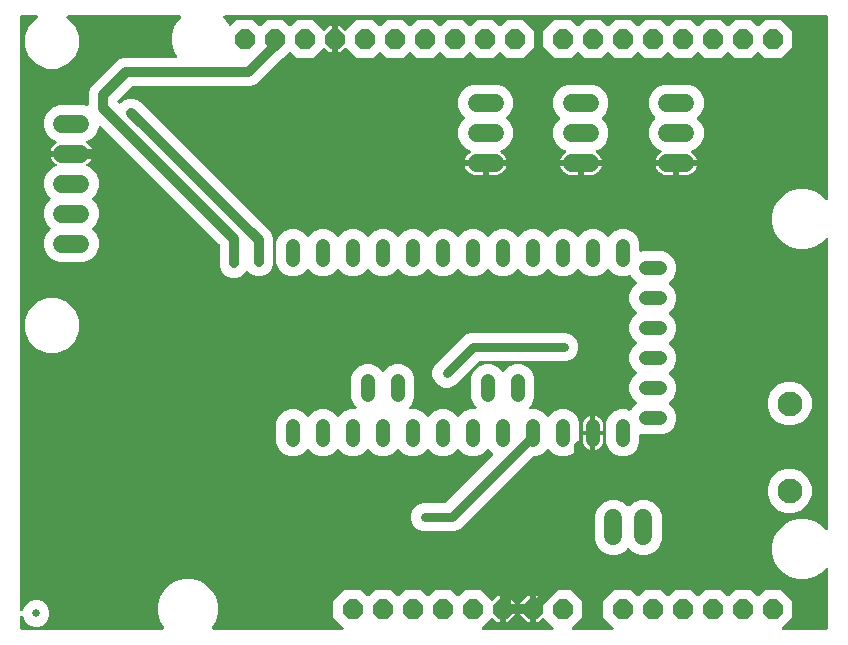
<source format=gbr>
G04 EAGLE Gerber RS-274X export*
G75*
%MOMM*%
%FSLAX34Y34*%
%LPD*%
%INBottom Copper*%
%IPPOS*%
%AMOC8*
5,1,8,0,0,1.08239X$1,22.5*%
G01*
%ADD10C,1.524000*%
%ADD11C,1.200000*%
%ADD12P,1.814519X8X22.500000*%
%ADD13C,2.100000*%
%ADD14C,0.650000*%
%ADD15C,0.812800*%
%ADD16C,0.800000*%
%ADD17C,0.600000*%

G36*
X128533Y8017D02*
X128533Y8017D01*
X128665Y8028D01*
X128690Y8037D01*
X128717Y8041D01*
X128840Y8089D01*
X128965Y8133D01*
X128988Y8148D01*
X129013Y8158D01*
X129119Y8235D01*
X129230Y8309D01*
X129248Y8329D01*
X129270Y8344D01*
X129354Y8447D01*
X129443Y8545D01*
X129455Y8569D01*
X129473Y8589D01*
X129529Y8709D01*
X129591Y8826D01*
X129597Y8853D01*
X129608Y8877D01*
X129633Y9007D01*
X129664Y9136D01*
X129663Y9163D01*
X129668Y9189D01*
X129660Y9322D01*
X129657Y9454D01*
X129650Y9480D01*
X129648Y9507D01*
X129607Y9633D01*
X129572Y9760D01*
X129555Y9795D01*
X129550Y9809D01*
X129539Y9828D01*
X129501Y9905D01*
X126237Y15557D01*
X124499Y22043D01*
X124499Y28757D01*
X126237Y35243D01*
X129594Y41058D01*
X134342Y45806D01*
X140157Y49163D01*
X146643Y50901D01*
X153357Y50901D01*
X159843Y49163D01*
X165658Y45806D01*
X170406Y41058D01*
X173763Y35243D01*
X175501Y28757D01*
X175501Y22043D01*
X173763Y15557D01*
X170499Y9905D01*
X170448Y9782D01*
X170392Y9663D01*
X170387Y9636D01*
X170376Y9611D01*
X170357Y9480D01*
X170332Y9350D01*
X170334Y9324D01*
X170330Y9297D01*
X170343Y9165D01*
X170352Y9033D01*
X170360Y9007D01*
X170363Y8981D01*
X170409Y8856D01*
X170450Y8731D01*
X170464Y8708D01*
X170474Y8682D01*
X170549Y8574D01*
X170620Y8462D01*
X170640Y8443D01*
X170655Y8421D01*
X170755Y8335D01*
X170852Y8244D01*
X170875Y8231D01*
X170896Y8213D01*
X171014Y8154D01*
X171130Y8090D01*
X171156Y8084D01*
X171180Y8072D01*
X171310Y8044D01*
X171438Y8011D01*
X171476Y8009D01*
X171491Y8005D01*
X171513Y8006D01*
X171599Y8001D01*
X280566Y8001D01*
X280704Y8018D01*
X280843Y8031D01*
X280862Y8038D01*
X280882Y8041D01*
X281011Y8092D01*
X281142Y8139D01*
X281159Y8150D01*
X281178Y8158D01*
X281290Y8239D01*
X281405Y8317D01*
X281419Y8333D01*
X281435Y8344D01*
X281524Y8452D01*
X281616Y8556D01*
X281625Y8574D01*
X281638Y8589D01*
X281697Y8715D01*
X281760Y8839D01*
X281765Y8859D01*
X281773Y8877D01*
X281799Y9013D01*
X281830Y9149D01*
X281829Y9170D01*
X281833Y9189D01*
X281824Y9328D01*
X281820Y9467D01*
X281815Y9487D01*
X281813Y9507D01*
X281771Y9639D01*
X281732Y9773D01*
X281722Y9790D01*
X281715Y9809D01*
X281641Y9927D01*
X281570Y10047D01*
X281552Y10068D01*
X281545Y10078D01*
X281530Y10092D01*
X281464Y10167D01*
X273017Y18614D01*
X273017Y32186D01*
X282614Y41783D01*
X296186Y41783D01*
X301203Y36766D01*
X301297Y36693D01*
X301386Y36614D01*
X301422Y36596D01*
X301454Y36571D01*
X301563Y36524D01*
X301669Y36470D01*
X301708Y36461D01*
X301746Y36445D01*
X301863Y36426D01*
X301979Y36400D01*
X302020Y36401D01*
X302060Y36395D01*
X302178Y36406D01*
X302297Y36410D01*
X302336Y36421D01*
X302376Y36425D01*
X302489Y36465D01*
X302603Y36498D01*
X302638Y36519D01*
X302676Y36532D01*
X302774Y36599D01*
X302877Y36660D01*
X302922Y36700D01*
X302939Y36711D01*
X302952Y36726D01*
X302998Y36766D01*
X308014Y41783D01*
X321586Y41783D01*
X326603Y36766D01*
X326697Y36693D01*
X326786Y36614D01*
X326822Y36596D01*
X326854Y36571D01*
X326963Y36524D01*
X327069Y36470D01*
X327108Y36461D01*
X327146Y36445D01*
X327263Y36426D01*
X327379Y36400D01*
X327420Y36401D01*
X327460Y36395D01*
X327578Y36406D01*
X327697Y36410D01*
X327736Y36421D01*
X327776Y36425D01*
X327889Y36465D01*
X328003Y36498D01*
X328038Y36519D01*
X328076Y36532D01*
X328174Y36599D01*
X328277Y36660D01*
X328322Y36700D01*
X328339Y36711D01*
X328352Y36726D01*
X328398Y36766D01*
X333414Y41783D01*
X346986Y41783D01*
X352003Y36766D01*
X352097Y36693D01*
X352186Y36614D01*
X352222Y36596D01*
X352254Y36571D01*
X352363Y36524D01*
X352469Y36470D01*
X352508Y36461D01*
X352546Y36445D01*
X352663Y36426D01*
X352779Y36400D01*
X352820Y36401D01*
X352860Y36395D01*
X352978Y36406D01*
X353097Y36410D01*
X353136Y36421D01*
X353176Y36425D01*
X353289Y36465D01*
X353403Y36498D01*
X353438Y36519D01*
X353476Y36532D01*
X353574Y36599D01*
X353677Y36660D01*
X353722Y36700D01*
X353739Y36711D01*
X353752Y36726D01*
X353798Y36766D01*
X358814Y41783D01*
X372386Y41783D01*
X377403Y36766D01*
X377497Y36693D01*
X377586Y36614D01*
X377622Y36596D01*
X377654Y36571D01*
X377763Y36524D01*
X377869Y36470D01*
X377908Y36461D01*
X377946Y36445D01*
X378063Y36426D01*
X378179Y36400D01*
X378220Y36401D01*
X378260Y36395D01*
X378378Y36406D01*
X378497Y36410D01*
X378536Y36421D01*
X378576Y36425D01*
X378689Y36465D01*
X378803Y36498D01*
X378838Y36519D01*
X378876Y36532D01*
X378974Y36599D01*
X379077Y36660D01*
X379122Y36700D01*
X379139Y36711D01*
X379152Y36726D01*
X379198Y36766D01*
X384214Y41783D01*
X397786Y41783D01*
X406663Y32905D01*
X406757Y32832D01*
X406847Y32754D01*
X406883Y32735D01*
X406915Y32710D01*
X407024Y32663D01*
X407130Y32609D01*
X407169Y32600D01*
X407206Y32584D01*
X407324Y32565D01*
X407440Y32539D01*
X407480Y32541D01*
X407521Y32534D01*
X407639Y32545D01*
X407758Y32549D01*
X407797Y32560D01*
X407837Y32564D01*
X407949Y32604D01*
X408064Y32637D01*
X408098Y32658D01*
X408136Y32672D01*
X408235Y32739D01*
X408337Y32799D01*
X408383Y32839D01*
X408400Y32850D01*
X408413Y32866D01*
X408458Y32905D01*
X411876Y36323D01*
X413901Y36323D01*
X413901Y26630D01*
X413916Y26512D01*
X413923Y26393D01*
X413935Y26355D01*
X413941Y26315D01*
X413984Y26204D01*
X414021Y26091D01*
X414043Y26057D01*
X414058Y26019D01*
X414127Y25923D01*
X414191Y25822D01*
X414221Y25794D01*
X414244Y25762D01*
X414336Y25686D01*
X414423Y25604D01*
X414458Y25585D01*
X414489Y25559D01*
X414597Y25508D01*
X414701Y25451D01*
X414741Y25441D01*
X414777Y25423D01*
X414884Y25403D01*
X414854Y25399D01*
X414744Y25355D01*
X414631Y25319D01*
X414596Y25297D01*
X414559Y25282D01*
X414462Y25212D01*
X414362Y25149D01*
X414334Y25119D01*
X414301Y25095D01*
X414225Y25004D01*
X414144Y24917D01*
X414124Y24882D01*
X414099Y24850D01*
X414048Y24743D01*
X413990Y24638D01*
X413980Y24599D01*
X413963Y24563D01*
X413941Y24446D01*
X413911Y24330D01*
X413907Y24270D01*
X413903Y24250D01*
X413905Y24230D01*
X413901Y24170D01*
X413901Y14477D01*
X411876Y14477D01*
X408458Y17895D01*
X408364Y17968D01*
X408275Y18046D01*
X408239Y18065D01*
X408207Y18090D01*
X408098Y18137D01*
X407992Y18191D01*
X407952Y18200D01*
X407915Y18216D01*
X407797Y18235D01*
X407681Y18261D01*
X407641Y18259D01*
X407601Y18266D01*
X407482Y18255D01*
X407364Y18251D01*
X407325Y18240D01*
X407284Y18236D01*
X407172Y18196D01*
X407058Y18163D01*
X407023Y18142D01*
X406985Y18128D01*
X406887Y18062D01*
X406784Y18001D01*
X406739Y17961D01*
X406722Y17950D01*
X406709Y17935D01*
X406663Y17895D01*
X398936Y10167D01*
X398851Y10058D01*
X398762Y9951D01*
X398754Y9932D01*
X398741Y9916D01*
X398686Y9788D01*
X398627Y9663D01*
X398623Y9643D01*
X398615Y9624D01*
X398593Y9486D01*
X398567Y9350D01*
X398568Y9330D01*
X398565Y9310D01*
X398578Y9171D01*
X398587Y9033D01*
X398593Y9014D01*
X398595Y8994D01*
X398642Y8862D01*
X398685Y8731D01*
X398696Y8713D01*
X398702Y8694D01*
X398780Y8579D01*
X398855Y8462D01*
X398870Y8448D01*
X398881Y8431D01*
X398985Y8339D01*
X399086Y8244D01*
X399104Y8234D01*
X399119Y8221D01*
X399243Y8157D01*
X399365Y8090D01*
X399385Y8085D01*
X399403Y8076D01*
X399538Y8046D01*
X399673Y8011D01*
X399701Y8009D01*
X399713Y8006D01*
X399733Y8007D01*
X399834Y8001D01*
X458366Y8001D01*
X458504Y8018D01*
X458643Y8031D01*
X458662Y8038D01*
X458682Y8041D01*
X458811Y8092D01*
X458942Y8139D01*
X458959Y8150D01*
X458978Y8158D01*
X459090Y8239D01*
X459205Y8317D01*
X459219Y8333D01*
X459235Y8344D01*
X459324Y8452D01*
X459416Y8556D01*
X459425Y8574D01*
X459438Y8589D01*
X459497Y8715D01*
X459560Y8839D01*
X459565Y8859D01*
X459573Y8877D01*
X459599Y9013D01*
X459630Y9149D01*
X459629Y9170D01*
X459633Y9189D01*
X459624Y9328D01*
X459620Y9467D01*
X459615Y9487D01*
X459613Y9507D01*
X459571Y9639D01*
X459532Y9773D01*
X459522Y9790D01*
X459515Y9809D01*
X459441Y9927D01*
X459370Y10047D01*
X459352Y10068D01*
X459345Y10078D01*
X459330Y10092D01*
X459264Y10167D01*
X451537Y17895D01*
X451443Y17968D01*
X451353Y18046D01*
X451317Y18065D01*
X451285Y18090D01*
X451176Y18137D01*
X451070Y18191D01*
X451031Y18200D01*
X450994Y18216D01*
X450876Y18235D01*
X450760Y18261D01*
X450720Y18259D01*
X450679Y18266D01*
X450561Y18255D01*
X450442Y18251D01*
X450403Y18240D01*
X450363Y18236D01*
X450251Y18196D01*
X450136Y18163D01*
X450102Y18142D01*
X450064Y18128D01*
X449965Y18061D01*
X449863Y18001D01*
X449817Y17961D01*
X449800Y17950D01*
X449787Y17935D01*
X449742Y17895D01*
X446324Y14477D01*
X444299Y14477D01*
X444299Y22901D01*
X449548Y22901D01*
X449666Y22916D01*
X449785Y22923D01*
X449823Y22935D01*
X449864Y22941D01*
X449974Y22984D01*
X450087Y23021D01*
X450122Y23043D01*
X450159Y23058D01*
X450255Y23127D01*
X450356Y23191D01*
X450384Y23221D01*
X450417Y23244D01*
X450493Y23336D01*
X450574Y23423D01*
X450594Y23458D01*
X450619Y23489D01*
X450670Y23597D01*
X450728Y23701D01*
X450738Y23741D01*
X450755Y23777D01*
X450777Y23894D01*
X450807Y24009D01*
X450811Y24069D01*
X450815Y24089D01*
X450813Y24110D01*
X450817Y24170D01*
X450817Y26630D01*
X450802Y26748D01*
X450795Y26867D01*
X450782Y26905D01*
X450777Y26946D01*
X450734Y27056D01*
X450697Y27169D01*
X450675Y27204D01*
X450660Y27241D01*
X450591Y27337D01*
X450527Y27438D01*
X450497Y27466D01*
X450474Y27499D01*
X450382Y27575D01*
X450295Y27656D01*
X450260Y27676D01*
X450229Y27701D01*
X450121Y27752D01*
X450017Y27810D01*
X449977Y27820D01*
X449941Y27837D01*
X449824Y27859D01*
X449709Y27889D01*
X449649Y27893D01*
X449629Y27897D01*
X449608Y27895D01*
X449548Y27899D01*
X444299Y27899D01*
X444299Y36323D01*
X446324Y36323D01*
X449742Y32905D01*
X449836Y32832D01*
X449925Y32754D01*
X449961Y32735D01*
X449993Y32710D01*
X450102Y32663D01*
X450208Y32609D01*
X450248Y32600D01*
X450285Y32584D01*
X450403Y32565D01*
X450519Y32539D01*
X450559Y32541D01*
X450599Y32534D01*
X450718Y32545D01*
X450836Y32549D01*
X450875Y32560D01*
X450916Y32564D01*
X451028Y32604D01*
X451142Y32637D01*
X451177Y32658D01*
X451215Y32672D01*
X451314Y32739D01*
X451416Y32799D01*
X451461Y32839D01*
X451478Y32850D01*
X451491Y32866D01*
X451537Y32905D01*
X460414Y41783D01*
X473986Y41783D01*
X483583Y32186D01*
X483583Y18614D01*
X475136Y10167D01*
X475051Y10058D01*
X474962Y9951D01*
X474954Y9932D01*
X474941Y9916D01*
X474886Y9788D01*
X474827Y9663D01*
X474823Y9643D01*
X474815Y9624D01*
X474793Y9486D01*
X474767Y9350D01*
X474768Y9330D01*
X474765Y9310D01*
X474778Y9171D01*
X474787Y9033D01*
X474793Y9014D01*
X474795Y8994D01*
X474842Y8862D01*
X474885Y8731D01*
X474896Y8713D01*
X474902Y8694D01*
X474980Y8579D01*
X475055Y8462D01*
X475070Y8448D01*
X475081Y8431D01*
X475185Y8339D01*
X475286Y8244D01*
X475304Y8234D01*
X475319Y8221D01*
X475444Y8157D01*
X475565Y8090D01*
X475585Y8085D01*
X475603Y8076D01*
X475738Y8046D01*
X475873Y8011D01*
X475901Y8009D01*
X475913Y8006D01*
X475933Y8007D01*
X476034Y8001D01*
X509166Y8001D01*
X509304Y8018D01*
X509443Y8031D01*
X509462Y8038D01*
X509482Y8041D01*
X509611Y8092D01*
X509742Y8139D01*
X509759Y8150D01*
X509778Y8158D01*
X509890Y8239D01*
X510005Y8317D01*
X510019Y8333D01*
X510035Y8344D01*
X510124Y8452D01*
X510216Y8556D01*
X510225Y8574D01*
X510238Y8589D01*
X510297Y8715D01*
X510360Y8839D01*
X510365Y8859D01*
X510373Y8877D01*
X510399Y9013D01*
X510430Y9149D01*
X510429Y9170D01*
X510433Y9189D01*
X510424Y9328D01*
X510420Y9467D01*
X510415Y9487D01*
X510413Y9507D01*
X510371Y9639D01*
X510332Y9773D01*
X510322Y9790D01*
X510315Y9809D01*
X510241Y9927D01*
X510170Y10047D01*
X510152Y10068D01*
X510145Y10078D01*
X510130Y10092D01*
X510064Y10167D01*
X501617Y18614D01*
X501617Y32186D01*
X511214Y41783D01*
X524786Y41783D01*
X529802Y36766D01*
X529897Y36693D01*
X529986Y36614D01*
X530022Y36596D01*
X530054Y36571D01*
X530163Y36524D01*
X530269Y36470D01*
X530308Y36461D01*
X530346Y36445D01*
X530463Y36426D01*
X530579Y36400D01*
X530620Y36401D01*
X530660Y36395D01*
X530778Y36406D01*
X530897Y36410D01*
X530936Y36421D01*
X530976Y36425D01*
X531089Y36465D01*
X531203Y36498D01*
X531237Y36519D01*
X531276Y36532D01*
X531374Y36599D01*
X531477Y36660D01*
X531522Y36700D01*
X531539Y36711D01*
X531552Y36726D01*
X531597Y36766D01*
X536614Y41783D01*
X550186Y41783D01*
X555202Y36766D01*
X555297Y36693D01*
X555386Y36614D01*
X555422Y36596D01*
X555454Y36571D01*
X555563Y36524D01*
X555669Y36470D01*
X555708Y36461D01*
X555746Y36445D01*
X555863Y36426D01*
X555979Y36400D01*
X556020Y36401D01*
X556060Y36395D01*
X556178Y36406D01*
X556297Y36410D01*
X556336Y36421D01*
X556376Y36425D01*
X556489Y36465D01*
X556603Y36498D01*
X556637Y36519D01*
X556676Y36532D01*
X556774Y36599D01*
X556877Y36660D01*
X556922Y36700D01*
X556939Y36711D01*
X556952Y36726D01*
X556997Y36766D01*
X562014Y41783D01*
X575586Y41783D01*
X580603Y36766D01*
X580697Y36693D01*
X580786Y36614D01*
X580822Y36596D01*
X580854Y36571D01*
X580963Y36524D01*
X581069Y36470D01*
X581108Y36461D01*
X581146Y36445D01*
X581263Y36426D01*
X581379Y36400D01*
X581420Y36401D01*
X581460Y36395D01*
X581578Y36406D01*
X581697Y36410D01*
X581736Y36421D01*
X581776Y36425D01*
X581889Y36465D01*
X582003Y36498D01*
X582038Y36519D01*
X582076Y36532D01*
X582174Y36599D01*
X582277Y36660D01*
X582322Y36700D01*
X582339Y36711D01*
X582352Y36726D01*
X582398Y36766D01*
X587414Y41783D01*
X600986Y41783D01*
X606002Y36766D01*
X606097Y36693D01*
X606186Y36614D01*
X606222Y36596D01*
X606254Y36571D01*
X606363Y36524D01*
X606469Y36470D01*
X606508Y36461D01*
X606546Y36445D01*
X606663Y36426D01*
X606779Y36400D01*
X606820Y36401D01*
X606860Y36395D01*
X606978Y36406D01*
X607097Y36410D01*
X607136Y36421D01*
X607176Y36425D01*
X607289Y36465D01*
X607403Y36498D01*
X607437Y36519D01*
X607476Y36532D01*
X607574Y36599D01*
X607677Y36660D01*
X607722Y36700D01*
X607739Y36711D01*
X607752Y36726D01*
X607797Y36766D01*
X612814Y41783D01*
X626386Y41783D01*
X631402Y36766D01*
X631497Y36693D01*
X631586Y36614D01*
X631622Y36596D01*
X631654Y36571D01*
X631763Y36524D01*
X631869Y36470D01*
X631908Y36461D01*
X631946Y36445D01*
X632063Y36426D01*
X632179Y36400D01*
X632220Y36401D01*
X632260Y36395D01*
X632378Y36406D01*
X632497Y36410D01*
X632536Y36421D01*
X632576Y36425D01*
X632689Y36465D01*
X632803Y36498D01*
X632837Y36519D01*
X632876Y36532D01*
X632974Y36599D01*
X633077Y36660D01*
X633122Y36700D01*
X633139Y36711D01*
X633152Y36726D01*
X633197Y36766D01*
X638214Y41783D01*
X651786Y41783D01*
X661383Y32186D01*
X661383Y18614D01*
X652936Y10167D01*
X652851Y10058D01*
X652762Y9951D01*
X652754Y9932D01*
X652741Y9916D01*
X652686Y9788D01*
X652627Y9663D01*
X652623Y9643D01*
X652615Y9624D01*
X652593Y9486D01*
X652567Y9350D01*
X652568Y9330D01*
X652565Y9310D01*
X652578Y9171D01*
X652587Y9033D01*
X652593Y9014D01*
X652595Y8994D01*
X652642Y8862D01*
X652685Y8731D01*
X652696Y8713D01*
X652702Y8694D01*
X652780Y8579D01*
X652855Y8462D01*
X652870Y8448D01*
X652881Y8431D01*
X652985Y8339D01*
X653086Y8244D01*
X653104Y8234D01*
X653119Y8221D01*
X653244Y8157D01*
X653365Y8090D01*
X653385Y8085D01*
X653403Y8076D01*
X653538Y8046D01*
X653673Y8011D01*
X653701Y8009D01*
X653713Y8006D01*
X653733Y8007D01*
X653834Y8001D01*
X690730Y8001D01*
X690848Y8016D01*
X690967Y8023D01*
X691005Y8036D01*
X691046Y8041D01*
X691156Y8084D01*
X691269Y8121D01*
X691304Y8143D01*
X691341Y8158D01*
X691437Y8227D01*
X691538Y8291D01*
X691566Y8321D01*
X691599Y8344D01*
X691675Y8436D01*
X691756Y8523D01*
X691776Y8558D01*
X691801Y8589D01*
X691852Y8697D01*
X691910Y8801D01*
X691920Y8841D01*
X691937Y8877D01*
X691959Y8994D01*
X691989Y9109D01*
X691993Y9169D01*
X691997Y9189D01*
X691995Y9210D01*
X691999Y9270D01*
X691999Y59072D01*
X691982Y59209D01*
X691969Y59348D01*
X691962Y59367D01*
X691959Y59387D01*
X691908Y59516D01*
X691861Y59647D01*
X691850Y59664D01*
X691842Y59683D01*
X691761Y59795D01*
X691683Y59910D01*
X691667Y59924D01*
X691656Y59940D01*
X691548Y60029D01*
X691444Y60121D01*
X691426Y60130D01*
X691411Y60143D01*
X691285Y60202D01*
X691161Y60265D01*
X691141Y60270D01*
X691123Y60278D01*
X690987Y60305D01*
X690851Y60335D01*
X690830Y60334D01*
X690811Y60338D01*
X690672Y60330D01*
X690533Y60325D01*
X690513Y60320D01*
X690493Y60318D01*
X690361Y60276D01*
X690227Y60237D01*
X690210Y60227D01*
X690191Y60220D01*
X690073Y60146D01*
X689953Y60075D01*
X689932Y60057D01*
X689922Y60050D01*
X689908Y60035D01*
X689833Y59969D01*
X685658Y55794D01*
X679843Y52437D01*
X673357Y50699D01*
X666643Y50699D01*
X660157Y52437D01*
X654342Y55794D01*
X649594Y60542D01*
X646237Y66357D01*
X644499Y72843D01*
X644499Y79557D01*
X646237Y86043D01*
X649594Y91858D01*
X654342Y96606D01*
X660157Y99963D01*
X666643Y101701D01*
X673357Y101701D01*
X679843Y99963D01*
X685658Y96606D01*
X689833Y92431D01*
X689942Y92346D01*
X690049Y92257D01*
X690068Y92248D01*
X690084Y92236D01*
X690212Y92181D01*
X690337Y92122D01*
X690357Y92118D01*
X690376Y92110D01*
X690514Y92088D01*
X690650Y92062D01*
X690670Y92063D01*
X690690Y92060D01*
X690829Y92073D01*
X690967Y92082D01*
X690986Y92088D01*
X691006Y92090D01*
X691138Y92137D01*
X691269Y92180D01*
X691287Y92190D01*
X691306Y92197D01*
X691421Y92275D01*
X691538Y92350D01*
X691552Y92364D01*
X691569Y92376D01*
X691661Y92480D01*
X691756Y92581D01*
X691766Y92599D01*
X691779Y92614D01*
X691843Y92738D01*
X691910Y92860D01*
X691915Y92879D01*
X691924Y92897D01*
X691954Y93033D01*
X691989Y93168D01*
X691991Y93196D01*
X691994Y93208D01*
X691993Y93228D01*
X691999Y93328D01*
X691999Y338472D01*
X691982Y338609D01*
X691969Y338748D01*
X691962Y338767D01*
X691959Y338787D01*
X691908Y338916D01*
X691861Y339047D01*
X691850Y339064D01*
X691842Y339083D01*
X691761Y339195D01*
X691683Y339310D01*
X691667Y339324D01*
X691656Y339340D01*
X691548Y339429D01*
X691444Y339521D01*
X691426Y339530D01*
X691411Y339543D01*
X691285Y339602D01*
X691161Y339665D01*
X691141Y339670D01*
X691123Y339678D01*
X690987Y339705D01*
X690851Y339735D01*
X690830Y339734D01*
X690811Y339738D01*
X690672Y339730D01*
X690533Y339725D01*
X690513Y339720D01*
X690493Y339718D01*
X690361Y339676D01*
X690227Y339637D01*
X690210Y339627D01*
X690191Y339620D01*
X690073Y339546D01*
X689953Y339475D01*
X689932Y339457D01*
X689922Y339450D01*
X689908Y339435D01*
X689833Y339369D01*
X685658Y335194D01*
X679843Y331837D01*
X673357Y330099D01*
X666643Y330099D01*
X660157Y331837D01*
X654342Y335194D01*
X649594Y339942D01*
X646237Y345757D01*
X644499Y352243D01*
X644499Y358957D01*
X646237Y365443D01*
X649594Y371258D01*
X654342Y376006D01*
X660157Y379363D01*
X666643Y381101D01*
X673357Y381101D01*
X679843Y379363D01*
X685658Y376006D01*
X689833Y371831D01*
X689942Y371746D01*
X690049Y371657D01*
X690068Y371648D01*
X690084Y371636D01*
X690212Y371581D01*
X690337Y371522D01*
X690357Y371518D01*
X690376Y371510D01*
X690514Y371488D01*
X690650Y371462D01*
X690670Y371463D01*
X690690Y371460D01*
X690829Y371473D01*
X690967Y371482D01*
X690986Y371488D01*
X691006Y371490D01*
X691138Y371537D01*
X691269Y371580D01*
X691287Y371590D01*
X691306Y371597D01*
X691421Y371675D01*
X691538Y371750D01*
X691552Y371764D01*
X691569Y371776D01*
X691661Y371880D01*
X691756Y371981D01*
X691766Y371999D01*
X691779Y372014D01*
X691843Y372138D01*
X691910Y372260D01*
X691915Y372279D01*
X691924Y372297D01*
X691954Y372433D01*
X691989Y372568D01*
X691991Y372596D01*
X691994Y372608D01*
X691993Y372628D01*
X691999Y372728D01*
X691999Y526730D01*
X691984Y526848D01*
X691977Y526967D01*
X691964Y527005D01*
X691959Y527046D01*
X691916Y527156D01*
X691879Y527269D01*
X691857Y527304D01*
X691842Y527341D01*
X691773Y527437D01*
X691709Y527538D01*
X691679Y527566D01*
X691656Y527599D01*
X691564Y527675D01*
X691477Y527756D01*
X691442Y527776D01*
X691411Y527801D01*
X691303Y527852D01*
X691199Y527910D01*
X691159Y527920D01*
X691123Y527937D01*
X691006Y527959D01*
X690891Y527989D01*
X690831Y527993D01*
X690811Y527997D01*
X690790Y527995D01*
X690730Y527999D01*
X181128Y527999D01*
X180991Y527982D01*
X180852Y527969D01*
X180833Y527962D01*
X180813Y527959D01*
X180684Y527908D01*
X180553Y527861D01*
X180536Y527850D01*
X180517Y527842D01*
X180405Y527761D01*
X180290Y527683D01*
X180276Y527667D01*
X180260Y527656D01*
X180171Y527548D01*
X180079Y527444D01*
X180070Y527426D01*
X180057Y527411D01*
X179998Y527285D01*
X179935Y527161D01*
X179930Y527141D01*
X179922Y527123D01*
X179895Y526987D01*
X179865Y526851D01*
X179866Y526830D01*
X179862Y526811D01*
X179870Y526672D01*
X179875Y526533D01*
X179880Y526513D01*
X179882Y526493D01*
X179924Y526361D01*
X179963Y526227D01*
X179973Y526210D01*
X179980Y526191D01*
X180054Y526072D01*
X180125Y525953D01*
X180143Y525932D01*
X180150Y525922D01*
X180165Y525908D01*
X180231Y525833D01*
X182406Y523658D01*
X184523Y519991D01*
X184599Y519891D01*
X184669Y519787D01*
X184695Y519764D01*
X184715Y519738D01*
X184813Y519660D01*
X184908Y519576D01*
X184938Y519561D01*
X184964Y519540D01*
X185079Y519489D01*
X185191Y519432D01*
X185224Y519424D01*
X185255Y519411D01*
X185379Y519390D01*
X185501Y519362D01*
X185535Y519363D01*
X185568Y519357D01*
X185694Y519368D01*
X185819Y519372D01*
X185852Y519381D01*
X185885Y519384D01*
X186004Y519425D01*
X186125Y519460D01*
X186154Y519477D01*
X186186Y519488D01*
X186291Y519558D01*
X186399Y519622D01*
X186435Y519654D01*
X186451Y519664D01*
X186465Y519680D01*
X186519Y519728D01*
X191174Y524383D01*
X204746Y524383D01*
X209763Y519366D01*
X209857Y519293D01*
X209946Y519214D01*
X209982Y519196D01*
X210014Y519171D01*
X210123Y519124D01*
X210229Y519070D01*
X210268Y519061D01*
X210306Y519045D01*
X210423Y519026D01*
X210539Y519000D01*
X210580Y519001D01*
X210620Y518995D01*
X210738Y519006D01*
X210857Y519010D01*
X210896Y519021D01*
X210936Y519025D01*
X211049Y519065D01*
X211163Y519098D01*
X211198Y519119D01*
X211236Y519132D01*
X211334Y519199D01*
X211437Y519260D01*
X211482Y519300D01*
X211499Y519311D01*
X211512Y519326D01*
X211558Y519366D01*
X216574Y524383D01*
X230146Y524383D01*
X235162Y519366D01*
X235257Y519293D01*
X235346Y519214D01*
X235382Y519196D01*
X235414Y519171D01*
X235523Y519124D01*
X235629Y519070D01*
X235668Y519061D01*
X235706Y519045D01*
X235823Y519026D01*
X235939Y519000D01*
X235980Y519001D01*
X236020Y518995D01*
X236138Y519006D01*
X236257Y519010D01*
X236296Y519021D01*
X236336Y519025D01*
X236449Y519065D01*
X236563Y519098D01*
X236597Y519119D01*
X236636Y519132D01*
X236734Y519199D01*
X236837Y519260D01*
X236882Y519300D01*
X236899Y519311D01*
X236912Y519326D01*
X236957Y519366D01*
X241974Y524383D01*
X255546Y524383D01*
X264423Y515505D01*
X264517Y515432D01*
X264607Y515354D01*
X264643Y515335D01*
X264675Y515310D01*
X264784Y515263D01*
X264890Y515209D01*
X264929Y515200D01*
X264966Y515184D01*
X265084Y515165D01*
X265200Y515139D01*
X265240Y515141D01*
X265281Y515134D01*
X265399Y515145D01*
X265518Y515149D01*
X265557Y515160D01*
X265597Y515164D01*
X265709Y515204D01*
X265824Y515237D01*
X265858Y515258D01*
X265896Y515272D01*
X265995Y515339D01*
X266097Y515399D01*
X266143Y515439D01*
X266160Y515450D01*
X266173Y515466D01*
X266218Y515505D01*
X269636Y518923D01*
X271661Y518923D01*
X271661Y509230D01*
X271676Y509112D01*
X271683Y508993D01*
X271695Y508955D01*
X271701Y508915D01*
X271744Y508804D01*
X271781Y508691D01*
X271803Y508657D01*
X271818Y508619D01*
X271887Y508523D01*
X271951Y508422D01*
X271981Y508394D01*
X272004Y508362D01*
X272096Y508286D01*
X272183Y508204D01*
X272218Y508185D01*
X272249Y508159D01*
X272357Y508108D01*
X272461Y508051D01*
X272501Y508041D01*
X272537Y508023D01*
X272644Y508003D01*
X272614Y507999D01*
X272504Y507955D01*
X272391Y507919D01*
X272356Y507897D01*
X272319Y507882D01*
X272222Y507812D01*
X272122Y507749D01*
X272094Y507719D01*
X272061Y507695D01*
X271985Y507604D01*
X271904Y507517D01*
X271884Y507482D01*
X271859Y507450D01*
X271808Y507343D01*
X271750Y507238D01*
X271740Y507199D01*
X271723Y507163D01*
X271701Y507046D01*
X271671Y506930D01*
X271667Y506870D01*
X271663Y506850D01*
X271665Y506830D01*
X271661Y506770D01*
X271661Y497077D01*
X269636Y497077D01*
X266218Y500495D01*
X266124Y500568D01*
X266035Y500646D01*
X265999Y500665D01*
X265967Y500690D01*
X265858Y500737D01*
X265752Y500791D01*
X265712Y500800D01*
X265675Y500816D01*
X265557Y500835D01*
X265441Y500861D01*
X265401Y500859D01*
X265361Y500866D01*
X265242Y500855D01*
X265124Y500851D01*
X265085Y500840D01*
X265044Y500836D01*
X264932Y500796D01*
X264818Y500763D01*
X264783Y500742D01*
X264745Y500728D01*
X264646Y500661D01*
X264544Y500601D01*
X264499Y500561D01*
X264482Y500550D01*
X264469Y500534D01*
X264423Y500495D01*
X255546Y491617D01*
X241974Y491617D01*
X236957Y496634D01*
X236863Y496707D01*
X236774Y496786D01*
X236738Y496804D01*
X236706Y496829D01*
X236597Y496876D01*
X236491Y496930D01*
X236452Y496939D01*
X236414Y496955D01*
X236297Y496974D01*
X236181Y497000D01*
X236140Y496999D01*
X236100Y497005D01*
X235982Y496994D01*
X235863Y496990D01*
X235824Y496979D01*
X235784Y496975D01*
X235671Y496935D01*
X235557Y496902D01*
X235522Y496881D01*
X235484Y496868D01*
X235386Y496801D01*
X235283Y496740D01*
X235238Y496700D01*
X235221Y496689D01*
X235208Y496674D01*
X235162Y496634D01*
X230137Y491609D01*
X230107Y491605D01*
X230008Y491602D01*
X229950Y491585D01*
X229890Y491577D01*
X229798Y491541D01*
X229702Y491513D01*
X229650Y491483D01*
X229594Y491460D01*
X229514Y491402D01*
X229428Y491352D01*
X229353Y491286D01*
X229337Y491274D01*
X229329Y491264D01*
X229308Y491246D01*
X207834Y469772D01*
X203400Y467935D01*
X103023Y467935D01*
X102925Y467923D01*
X102826Y467920D01*
X102768Y467903D01*
X102708Y467895D01*
X102616Y467859D01*
X102520Y467831D01*
X102468Y467801D01*
X102412Y467778D01*
X102332Y467720D01*
X102246Y467670D01*
X102171Y467604D01*
X102155Y467592D01*
X102147Y467582D01*
X102126Y467564D01*
X90710Y456147D01*
X90637Y456053D01*
X90558Y455964D01*
X90539Y455928D01*
X90515Y455896D01*
X90467Y455787D01*
X90413Y455681D01*
X90404Y455642D01*
X90388Y455604D01*
X90370Y455487D01*
X90344Y455371D01*
X90345Y455330D01*
X90338Y455290D01*
X90350Y455172D01*
X90353Y455053D01*
X90365Y455014D01*
X90368Y454974D01*
X90409Y454861D01*
X90442Y454747D01*
X90462Y454712D01*
X90476Y454674D01*
X90543Y454576D01*
X90603Y454473D01*
X90643Y454428D01*
X90654Y454411D01*
X90670Y454398D01*
X90710Y454352D01*
X91352Y453710D01*
X91447Y453637D01*
X91536Y453558D01*
X91572Y453539D01*
X91604Y453515D01*
X91713Y453467D01*
X91819Y453413D01*
X91858Y453404D01*
X91896Y453388D01*
X92013Y453370D01*
X92129Y453344D01*
X92170Y453345D01*
X92210Y453338D01*
X92328Y453350D01*
X92447Y453353D01*
X92486Y453365D01*
X92526Y453368D01*
X92639Y453409D01*
X92753Y453442D01*
X92787Y453462D01*
X92826Y453476D01*
X92924Y453543D01*
X93027Y453603D01*
X93072Y453643D01*
X93089Y453654D01*
X93102Y453670D01*
X93147Y453710D01*
X95166Y455728D01*
X99600Y457565D01*
X104400Y457565D01*
X108834Y455728D01*
X220228Y344334D01*
X222065Y339900D01*
X222065Y317100D01*
X220228Y312666D01*
X216834Y309272D01*
X212400Y307435D01*
X207600Y307435D01*
X203166Y309272D01*
X201147Y311290D01*
X201053Y311363D01*
X200964Y311442D01*
X200928Y311460D01*
X200896Y311485D01*
X200787Y311533D01*
X200681Y311587D01*
X200642Y311596D01*
X200604Y311612D01*
X200487Y311630D01*
X200371Y311656D01*
X200330Y311655D01*
X200290Y311662D01*
X200172Y311650D01*
X200053Y311647D01*
X200014Y311635D01*
X199974Y311632D01*
X199861Y311591D01*
X199747Y311558D01*
X199712Y311538D01*
X199674Y311524D01*
X199576Y311457D01*
X199473Y311397D01*
X199428Y311357D01*
X199411Y311346D01*
X199398Y311330D01*
X199352Y311290D01*
X195834Y307772D01*
X191400Y305935D01*
X186600Y305935D01*
X182166Y307772D01*
X178772Y311166D01*
X176935Y315600D01*
X176935Y333477D01*
X176923Y333575D01*
X176920Y333674D01*
X176903Y333732D01*
X176895Y333792D01*
X176859Y333884D01*
X176831Y333980D01*
X176801Y334032D01*
X176778Y334088D01*
X176720Y334168D01*
X176670Y334254D01*
X176604Y334329D01*
X176592Y334345D01*
X176582Y334353D01*
X176564Y334374D01*
X76807Y434130D01*
X76717Y434201D01*
X76691Y434226D01*
X76676Y434234D01*
X76591Y434304D01*
X76572Y434313D01*
X76556Y434325D01*
X76428Y434381D01*
X76303Y434440D01*
X76283Y434444D01*
X76264Y434452D01*
X76126Y434474D01*
X75990Y434500D01*
X75970Y434498D01*
X75950Y434502D01*
X75811Y434488D01*
X75673Y434480D01*
X75654Y434474D01*
X75634Y434472D01*
X75502Y434425D01*
X75371Y434382D01*
X75353Y434371D01*
X75334Y434364D01*
X75219Y434286D01*
X75102Y434212D01*
X75088Y434197D01*
X75071Y434186D01*
X74979Y434081D01*
X74884Y433980D01*
X74874Y433962D01*
X74861Y433947D01*
X74797Y433823D01*
X74730Y433702D01*
X74725Y433682D01*
X74716Y433664D01*
X74686Y433528D01*
X74651Y433394D01*
X74649Y433366D01*
X74646Y433354D01*
X74647Y433333D01*
X74645Y433304D01*
X72263Y427552D01*
X67868Y423157D01*
X64679Y421836D01*
X64550Y421763D01*
X64419Y421691D01*
X64412Y421684D01*
X64403Y421679D01*
X64296Y421575D01*
X64187Y421473D01*
X64182Y421465D01*
X64174Y421458D01*
X64097Y421331D01*
X64017Y421205D01*
X64014Y421195D01*
X64008Y421186D01*
X63964Y421044D01*
X63918Y420903D01*
X63918Y420892D01*
X63915Y420882D01*
X63908Y420734D01*
X63898Y420585D01*
X63900Y420575D01*
X63899Y420565D01*
X63930Y420419D01*
X63957Y420273D01*
X63962Y420263D01*
X63964Y420253D01*
X64030Y420119D01*
X64092Y419985D01*
X64099Y419977D01*
X64103Y419968D01*
X64200Y419854D01*
X64295Y419740D01*
X64306Y419731D01*
X64310Y419726D01*
X64322Y419717D01*
X64419Y419637D01*
X65639Y418750D01*
X66770Y417619D01*
X67710Y416325D01*
X68436Y414900D01*
X68879Y413539D01*
X52670Y413539D01*
X52552Y413524D01*
X52433Y413517D01*
X52395Y413504D01*
X52355Y413499D01*
X52244Y413456D01*
X52131Y413419D01*
X52097Y413397D01*
X52059Y413382D01*
X51963Y413312D01*
X51862Y413249D01*
X51834Y413219D01*
X51802Y413195D01*
X51726Y413104D01*
X51644Y413017D01*
X51625Y412982D01*
X51599Y412951D01*
X51548Y412843D01*
X51491Y412739D01*
X51480Y412699D01*
X51463Y412663D01*
X51441Y412546D01*
X51411Y412431D01*
X51407Y412370D01*
X51403Y412350D01*
X51405Y412330D01*
X51401Y412270D01*
X51401Y409730D01*
X51416Y409612D01*
X51423Y409493D01*
X51436Y409455D01*
X51441Y409414D01*
X51485Y409304D01*
X51521Y409191D01*
X51543Y409156D01*
X51558Y409119D01*
X51628Y409023D01*
X51691Y408922D01*
X51721Y408894D01*
X51745Y408861D01*
X51836Y408786D01*
X51923Y408704D01*
X51958Y408684D01*
X51990Y408659D01*
X52097Y408608D01*
X52202Y408550D01*
X52241Y408540D01*
X52277Y408523D01*
X52394Y408501D01*
X52509Y408471D01*
X52570Y408467D01*
X52590Y408463D01*
X52610Y408465D01*
X52670Y408461D01*
X68879Y408461D01*
X68436Y407100D01*
X67710Y405675D01*
X66770Y404381D01*
X65639Y403250D01*
X64419Y402363D01*
X64311Y402262D01*
X64200Y402161D01*
X64194Y402152D01*
X64187Y402145D01*
X64107Y402020D01*
X64025Y401895D01*
X64022Y401886D01*
X64017Y401877D01*
X63970Y401735D01*
X63922Y401595D01*
X63921Y401584D01*
X63918Y401575D01*
X63909Y401427D01*
X63897Y401278D01*
X63899Y401267D01*
X63898Y401257D01*
X63926Y401111D01*
X63951Y400964D01*
X63956Y400955D01*
X63958Y400945D01*
X64021Y400810D01*
X64082Y400674D01*
X64088Y400666D01*
X64093Y400657D01*
X64188Y400542D01*
X64281Y400426D01*
X64289Y400420D01*
X64295Y400412D01*
X64416Y400324D01*
X64535Y400235D01*
X64547Y400228D01*
X64552Y400225D01*
X64566Y400219D01*
X64679Y400164D01*
X67868Y398843D01*
X72263Y394448D01*
X74641Y388707D01*
X74641Y382493D01*
X72263Y376752D01*
X69309Y373797D01*
X69235Y373703D01*
X69157Y373614D01*
X69138Y373578D01*
X69114Y373546D01*
X69066Y373437D01*
X69012Y373331D01*
X69003Y373292D01*
X68987Y373254D01*
X68969Y373137D01*
X68943Y373021D01*
X68944Y372980D01*
X68937Y372940D01*
X68949Y372822D01*
X68952Y372703D01*
X68963Y372664D01*
X68967Y372624D01*
X69008Y372511D01*
X69041Y372397D01*
X69061Y372362D01*
X69075Y372324D01*
X69142Y372226D01*
X69202Y372123D01*
X69242Y372078D01*
X69253Y372061D01*
X69269Y372048D01*
X69309Y372002D01*
X72263Y369048D01*
X74641Y363307D01*
X74641Y357093D01*
X72263Y351352D01*
X69309Y348397D01*
X69235Y348303D01*
X69157Y348214D01*
X69138Y348178D01*
X69114Y348146D01*
X69066Y348037D01*
X69012Y347931D01*
X69003Y347892D01*
X68987Y347854D01*
X68969Y347737D01*
X68943Y347621D01*
X68944Y347580D01*
X68937Y347540D01*
X68949Y347422D01*
X68952Y347303D01*
X68963Y347264D01*
X68967Y347224D01*
X69008Y347111D01*
X69041Y346997D01*
X69061Y346962D01*
X69075Y346924D01*
X69142Y346826D01*
X69202Y346723D01*
X69242Y346678D01*
X69253Y346661D01*
X69269Y346648D01*
X69309Y346602D01*
X72263Y343648D01*
X74641Y337907D01*
X74641Y331693D01*
X72263Y325952D01*
X67868Y321557D01*
X62127Y319179D01*
X40673Y319179D01*
X34932Y321557D01*
X30537Y325952D01*
X28159Y331693D01*
X28159Y337907D01*
X30537Y343648D01*
X33491Y346602D01*
X33565Y346697D01*
X33643Y346786D01*
X33662Y346822D01*
X33686Y346854D01*
X33734Y346963D01*
X33788Y347069D01*
X33797Y347108D01*
X33813Y347146D01*
X33831Y347263D01*
X33857Y347379D01*
X33856Y347420D01*
X33863Y347460D01*
X33851Y347578D01*
X33848Y347697D01*
X33837Y347736D01*
X33833Y347776D01*
X33792Y347889D01*
X33759Y348003D01*
X33739Y348037D01*
X33725Y348076D01*
X33658Y348174D01*
X33598Y348277D01*
X33558Y348322D01*
X33547Y348339D01*
X33531Y348352D01*
X33491Y348397D01*
X30537Y351352D01*
X28159Y357093D01*
X28159Y363307D01*
X30537Y369048D01*
X33491Y372002D01*
X33565Y372097D01*
X33643Y372186D01*
X33662Y372222D01*
X33686Y372254D01*
X33734Y372363D01*
X33788Y372469D01*
X33797Y372508D01*
X33813Y372546D01*
X33831Y372663D01*
X33857Y372779D01*
X33856Y372820D01*
X33863Y372860D01*
X33851Y372978D01*
X33848Y373097D01*
X33837Y373136D01*
X33833Y373176D01*
X33792Y373289D01*
X33759Y373403D01*
X33739Y373437D01*
X33725Y373476D01*
X33658Y373574D01*
X33598Y373677D01*
X33558Y373722D01*
X33547Y373739D01*
X33531Y373752D01*
X33491Y373797D01*
X30537Y376752D01*
X28159Y382493D01*
X28159Y388707D01*
X30537Y394448D01*
X34932Y398843D01*
X38121Y400164D01*
X38250Y400237D01*
X38381Y400309D01*
X38388Y400316D01*
X38397Y400321D01*
X38504Y400425D01*
X38613Y400527D01*
X38618Y400535D01*
X38626Y400542D01*
X38703Y400669D01*
X38783Y400795D01*
X38786Y400805D01*
X38792Y400814D01*
X38836Y400956D01*
X38882Y401097D01*
X38882Y401108D01*
X38885Y401118D01*
X38892Y401266D01*
X38902Y401415D01*
X38900Y401425D01*
X38901Y401435D01*
X38870Y401581D01*
X38843Y401727D01*
X38838Y401737D01*
X38836Y401747D01*
X38770Y401881D01*
X38708Y402015D01*
X38701Y402023D01*
X38697Y402032D01*
X38600Y402145D01*
X38505Y402260D01*
X38494Y402269D01*
X38490Y402274D01*
X38478Y402283D01*
X38381Y402363D01*
X37161Y403250D01*
X36030Y404381D01*
X35090Y405675D01*
X34364Y407100D01*
X33921Y408461D01*
X50130Y408461D01*
X50248Y408476D01*
X50367Y408483D01*
X50405Y408496D01*
X50445Y408501D01*
X50556Y408544D01*
X50669Y408581D01*
X50703Y408603D01*
X50741Y408618D01*
X50837Y408688D01*
X50938Y408751D01*
X50966Y408781D01*
X50998Y408804D01*
X51074Y408896D01*
X51156Y408983D01*
X51175Y409018D01*
X51201Y409049D01*
X51252Y409157D01*
X51309Y409261D01*
X51320Y409301D01*
X51337Y409337D01*
X51359Y409454D01*
X51389Y409569D01*
X51393Y409630D01*
X51397Y409650D01*
X51395Y409670D01*
X51399Y409730D01*
X51399Y412270D01*
X51384Y412388D01*
X51377Y412507D01*
X51364Y412545D01*
X51359Y412585D01*
X51315Y412696D01*
X51279Y412809D01*
X51257Y412844D01*
X51242Y412881D01*
X51172Y412977D01*
X51109Y413078D01*
X51079Y413106D01*
X51055Y413139D01*
X50964Y413214D01*
X50877Y413296D01*
X50842Y413316D01*
X50810Y413341D01*
X50703Y413392D01*
X50598Y413450D01*
X50559Y413460D01*
X50523Y413477D01*
X50406Y413499D01*
X50291Y413529D01*
X50230Y413533D01*
X50210Y413537D01*
X50190Y413535D01*
X50130Y413539D01*
X33921Y413539D01*
X34364Y414900D01*
X35090Y416325D01*
X36030Y417619D01*
X37161Y418750D01*
X38381Y419637D01*
X38489Y419738D01*
X38600Y419839D01*
X38606Y419848D01*
X38613Y419855D01*
X38693Y419980D01*
X38775Y420105D01*
X38778Y420114D01*
X38783Y420123D01*
X38830Y420265D01*
X38878Y420405D01*
X38879Y420416D01*
X38882Y420425D01*
X38891Y420573D01*
X38903Y420722D01*
X38901Y420733D01*
X38902Y420743D01*
X38874Y420888D01*
X38849Y421036D01*
X38844Y421045D01*
X38842Y421055D01*
X38779Y421190D01*
X38718Y421326D01*
X38712Y421334D01*
X38707Y421343D01*
X38613Y421458D01*
X38519Y421574D01*
X38511Y421580D01*
X38505Y421588D01*
X38384Y421676D01*
X38265Y421765D01*
X38253Y421772D01*
X38248Y421775D01*
X38234Y421781D01*
X38121Y421836D01*
X34932Y423157D01*
X30537Y427552D01*
X28159Y433293D01*
X28159Y439507D01*
X30537Y445248D01*
X34932Y449643D01*
X40673Y452021D01*
X62127Y452021D01*
X64180Y451170D01*
X64228Y451157D01*
X64273Y451136D01*
X64381Y451115D01*
X64487Y451086D01*
X64537Y451086D01*
X64586Y451076D01*
X64695Y451083D01*
X64805Y451081D01*
X64853Y451093D01*
X64903Y451096D01*
X65007Y451130D01*
X65114Y451155D01*
X65158Y451179D01*
X65205Y451194D01*
X65298Y451253D01*
X65395Y451304D01*
X65432Y451338D01*
X65474Y451364D01*
X65549Y451444D01*
X65631Y451518D01*
X65658Y451560D01*
X65692Y451596D01*
X65745Y451692D01*
X65805Y451784D01*
X65822Y451831D01*
X65846Y451874D01*
X65873Y451981D01*
X65909Y452085D01*
X65913Y452134D01*
X65925Y452182D01*
X65935Y452343D01*
X65935Y462900D01*
X67772Y467334D01*
X90666Y490228D01*
X95100Y492065D01*
X139556Y492065D01*
X139687Y492081D01*
X139819Y492092D01*
X139845Y492101D01*
X139872Y492105D01*
X139995Y492153D01*
X140120Y492197D01*
X140142Y492212D01*
X140167Y492222D01*
X140274Y492299D01*
X140385Y492373D01*
X140403Y492393D01*
X140425Y492408D01*
X140509Y492511D01*
X140598Y492609D01*
X140610Y492633D01*
X140628Y492653D01*
X140684Y492773D01*
X140745Y492890D01*
X140752Y492917D01*
X140763Y492941D01*
X140788Y493071D01*
X140818Y493200D01*
X140818Y493227D01*
X140823Y493253D01*
X140815Y493385D01*
X140812Y493518D01*
X140805Y493544D01*
X140803Y493571D01*
X140762Y493697D01*
X140727Y493824D01*
X140710Y493859D01*
X140705Y493873D01*
X140693Y493892D01*
X140655Y493969D01*
X138237Y498157D01*
X136499Y504643D01*
X136499Y511357D01*
X138237Y517843D01*
X141594Y523658D01*
X143769Y525833D01*
X143854Y525942D01*
X143943Y526049D01*
X143952Y526068D01*
X143964Y526084D01*
X144019Y526212D01*
X144078Y526337D01*
X144082Y526357D01*
X144090Y526376D01*
X144112Y526514D01*
X144138Y526650D01*
X144137Y526670D01*
X144140Y526690D01*
X144127Y526829D01*
X144118Y526967D01*
X144112Y526986D01*
X144110Y527006D01*
X144063Y527138D01*
X144020Y527269D01*
X144010Y527287D01*
X144003Y527306D01*
X143925Y527421D01*
X143850Y527538D01*
X143836Y527552D01*
X143824Y527569D01*
X143720Y527661D01*
X143619Y527756D01*
X143601Y527766D01*
X143586Y527779D01*
X143462Y527843D01*
X143340Y527910D01*
X143321Y527915D01*
X143303Y527924D01*
X143167Y527954D01*
X143032Y527989D01*
X143004Y527991D01*
X142992Y527994D01*
X142972Y527993D01*
X142872Y527999D01*
X48374Y527999D01*
X48304Y527991D01*
X48235Y527992D01*
X48147Y527971D01*
X48058Y527959D01*
X47993Y527934D01*
X47925Y527917D01*
X47846Y527875D01*
X47763Y527842D01*
X47706Y527801D01*
X47644Y527769D01*
X47578Y527708D01*
X47505Y527656D01*
X47461Y527602D01*
X47409Y527555D01*
X47360Y527480D01*
X47302Y527411D01*
X47273Y527347D01*
X47234Y527289D01*
X47205Y527204D01*
X47167Y527123D01*
X47154Y527054D01*
X47131Y526988D01*
X47124Y526899D01*
X47107Y526811D01*
X47111Y526741D01*
X47106Y526671D01*
X47121Y526583D01*
X47127Y526493D01*
X47148Y526427D01*
X47160Y526358D01*
X47197Y526276D01*
X47225Y526191D01*
X47262Y526132D01*
X47291Y526068D01*
X47347Y525998D01*
X47395Y525922D01*
X47446Y525874D01*
X47490Y525819D01*
X47561Y525765D01*
X47627Y525704D01*
X47688Y525670D01*
X47744Y525628D01*
X47888Y525557D01*
X48029Y525499D01*
X54499Y519029D01*
X58001Y510575D01*
X58001Y501425D01*
X54499Y492971D01*
X48029Y486501D01*
X39575Y482999D01*
X30425Y482999D01*
X21971Y486501D01*
X15501Y492971D01*
X11999Y501425D01*
X11999Y510575D01*
X15501Y519029D01*
X21971Y525499D01*
X22112Y525557D01*
X22173Y525592D01*
X22237Y525618D01*
X22310Y525670D01*
X22388Y525715D01*
X22438Y525764D01*
X22495Y525804D01*
X22552Y525874D01*
X22617Y525936D01*
X22653Y525996D01*
X22698Y526049D01*
X22736Y526131D01*
X22783Y526207D01*
X22803Y526274D01*
X22833Y526337D01*
X22850Y526425D01*
X22876Y526511D01*
X22880Y526581D01*
X22893Y526650D01*
X22887Y526739D01*
X22892Y526829D01*
X22877Y526897D01*
X22873Y526967D01*
X22846Y527052D01*
X22827Y527140D01*
X22797Y527203D01*
X22775Y527269D01*
X22727Y527345D01*
X22688Y527426D01*
X22642Y527479D01*
X22605Y527538D01*
X22539Y527600D01*
X22481Y527668D01*
X22424Y527708D01*
X22373Y527756D01*
X22295Y527799D01*
X22221Y527851D01*
X22156Y527876D01*
X22095Y527910D01*
X22008Y527932D01*
X21924Y527964D01*
X21854Y527972D01*
X21787Y527989D01*
X21626Y527999D01*
X9270Y527999D01*
X9152Y527984D01*
X9033Y527977D01*
X8995Y527964D01*
X8954Y527959D01*
X8844Y527916D01*
X8731Y527879D01*
X8696Y527857D01*
X8659Y527842D01*
X8563Y527773D01*
X8462Y527709D01*
X8434Y527679D01*
X8401Y527656D01*
X8325Y527564D01*
X8244Y527477D01*
X8224Y527442D01*
X8199Y527411D01*
X8148Y527303D01*
X8090Y527199D01*
X8080Y527159D01*
X8063Y527123D01*
X8041Y527006D01*
X8011Y526891D01*
X8007Y526831D01*
X8003Y526811D01*
X8005Y526790D01*
X8001Y526730D01*
X8001Y24914D01*
X8009Y24845D01*
X8008Y24775D01*
X8029Y24688D01*
X8041Y24599D01*
X8066Y24534D01*
X8083Y24466D01*
X8125Y24387D01*
X8158Y24303D01*
X8199Y24247D01*
X8231Y24185D01*
X8292Y24119D01*
X8344Y24046D01*
X8398Y24001D01*
X8445Y23950D01*
X8520Y23900D01*
X8589Y23843D01*
X8653Y23813D01*
X8711Y23775D01*
X8796Y23746D01*
X8877Y23707D01*
X8946Y23694D01*
X9012Y23672D01*
X9101Y23665D01*
X9189Y23648D01*
X9259Y23652D01*
X9329Y23646D01*
X9417Y23662D01*
X9507Y23667D01*
X9573Y23689D01*
X9642Y23701D01*
X9724Y23738D01*
X9809Y23765D01*
X9868Y23803D01*
X9932Y23831D01*
X10002Y23887D01*
X10078Y23936D01*
X10126Y23986D01*
X10180Y24030D01*
X10235Y24102D01*
X10296Y24167D01*
X10330Y24228D01*
X10372Y24284D01*
X10443Y24429D01*
X12001Y28192D01*
X15166Y31357D01*
X19301Y33069D01*
X23777Y33069D01*
X27912Y31357D01*
X31077Y28192D01*
X32790Y24057D01*
X32790Y19581D01*
X31077Y15446D01*
X27912Y12281D01*
X23777Y10568D01*
X19301Y10568D01*
X15166Y12281D01*
X12001Y15446D01*
X10443Y19209D01*
X10408Y19269D01*
X10382Y19334D01*
X10330Y19407D01*
X10285Y19485D01*
X10237Y19535D01*
X10196Y19591D01*
X10126Y19649D01*
X10064Y19713D01*
X10004Y19750D01*
X9951Y19794D01*
X9869Y19833D01*
X9793Y19879D01*
X9726Y19900D01*
X9663Y19930D01*
X9575Y19947D01*
X9489Y19973D01*
X9419Y19976D01*
X9350Y19990D01*
X9261Y19984D01*
X9171Y19988D01*
X9103Y19974D01*
X9033Y19970D01*
X8948Y19942D01*
X8860Y19924D01*
X8797Y19893D01*
X8731Y19872D01*
X8655Y19824D01*
X8574Y19784D01*
X8521Y19739D01*
X8462Y19702D01*
X8400Y19636D01*
X8332Y19578D01*
X8292Y19521D01*
X8244Y19470D01*
X8201Y19391D01*
X8149Y19318D01*
X8124Y19252D01*
X8090Y19191D01*
X8068Y19105D01*
X8036Y19020D01*
X8028Y18951D01*
X8011Y18884D01*
X8001Y18723D01*
X8001Y9270D01*
X8016Y9152D01*
X8023Y9033D01*
X8036Y8995D01*
X8041Y8954D01*
X8084Y8844D01*
X8121Y8731D01*
X8143Y8696D01*
X8158Y8659D01*
X8227Y8563D01*
X8291Y8462D01*
X8321Y8434D01*
X8344Y8401D01*
X8436Y8325D01*
X8523Y8244D01*
X8558Y8224D01*
X8589Y8199D01*
X8697Y8148D01*
X8801Y8090D01*
X8841Y8080D01*
X8877Y8063D01*
X8994Y8041D01*
X9109Y8011D01*
X9169Y8007D01*
X9189Y8003D01*
X9210Y8005D01*
X9270Y8001D01*
X128401Y8001D01*
X128533Y8017D01*
G37*
%LPC*%
G36*
X515415Y154599D02*
X515415Y154599D01*
X510269Y156731D01*
X506331Y160669D01*
X504199Y165815D01*
X504199Y183385D01*
X506331Y188531D01*
X510269Y192469D01*
X515415Y194601D01*
X520985Y194601D01*
X523640Y193501D01*
X523755Y193469D01*
X523868Y193431D01*
X523908Y193428D01*
X523947Y193417D01*
X524066Y193415D01*
X524185Y193406D01*
X524225Y193412D01*
X524265Y193412D01*
X524381Y193440D01*
X524498Y193460D01*
X524535Y193477D01*
X524574Y193486D01*
X524680Y193542D01*
X524788Y193591D01*
X524820Y193616D01*
X524855Y193635D01*
X524944Y193715D01*
X525037Y193789D01*
X525061Y193821D01*
X525091Y193849D01*
X525156Y193948D01*
X525228Y194043D01*
X525254Y194097D01*
X525266Y194114D01*
X525272Y194134D01*
X525299Y194188D01*
X525731Y195231D01*
X529602Y199103D01*
X529676Y199197D01*
X529754Y199286D01*
X529773Y199322D01*
X529797Y199354D01*
X529845Y199463D01*
X529899Y199569D01*
X529908Y199608D01*
X529924Y199646D01*
X529942Y199763D01*
X529968Y199879D01*
X529967Y199920D01*
X529974Y199960D01*
X529962Y200078D01*
X529959Y200197D01*
X529948Y200236D01*
X529944Y200276D01*
X529903Y200389D01*
X529870Y200503D01*
X529850Y200538D01*
X529836Y200576D01*
X529769Y200674D01*
X529709Y200777D01*
X529669Y200822D01*
X529658Y200839D01*
X529642Y200852D01*
X529602Y200898D01*
X525731Y204769D01*
X523599Y209915D01*
X523599Y215485D01*
X525731Y220631D01*
X529602Y224503D01*
X529676Y224597D01*
X529754Y224686D01*
X529773Y224722D01*
X529797Y224754D01*
X529845Y224863D01*
X529899Y224969D01*
X529908Y225008D01*
X529924Y225046D01*
X529942Y225163D01*
X529968Y225279D01*
X529967Y225320D01*
X529974Y225360D01*
X529962Y225478D01*
X529959Y225597D01*
X529948Y225636D01*
X529944Y225676D01*
X529903Y225789D01*
X529870Y225903D01*
X529850Y225938D01*
X529836Y225976D01*
X529769Y226074D01*
X529709Y226177D01*
X529669Y226222D01*
X529658Y226239D01*
X529642Y226252D01*
X529602Y226298D01*
X525731Y230169D01*
X523599Y235315D01*
X523599Y240885D01*
X525731Y246031D01*
X529602Y249903D01*
X529676Y249997D01*
X529754Y250086D01*
X529773Y250122D01*
X529797Y250154D01*
X529845Y250263D01*
X529899Y250369D01*
X529908Y250408D01*
X529924Y250446D01*
X529942Y250563D01*
X529968Y250679D01*
X529967Y250720D01*
X529974Y250760D01*
X529962Y250878D01*
X529959Y250997D01*
X529948Y251036D01*
X529944Y251076D01*
X529903Y251189D01*
X529870Y251303D01*
X529850Y251338D01*
X529836Y251376D01*
X529769Y251474D01*
X529709Y251577D01*
X529669Y251622D01*
X529658Y251639D01*
X529642Y251652D01*
X529602Y251698D01*
X525731Y255569D01*
X523599Y260715D01*
X523599Y266285D01*
X525731Y271431D01*
X529602Y275303D01*
X529676Y275397D01*
X529754Y275486D01*
X529773Y275522D01*
X529797Y275554D01*
X529845Y275663D01*
X529899Y275769D01*
X529908Y275808D01*
X529924Y275846D01*
X529942Y275963D01*
X529968Y276079D01*
X529967Y276120D01*
X529974Y276160D01*
X529962Y276278D01*
X529959Y276397D01*
X529948Y276436D01*
X529944Y276476D01*
X529903Y276589D01*
X529870Y276703D01*
X529850Y276738D01*
X529836Y276776D01*
X529769Y276874D01*
X529709Y276977D01*
X529669Y277022D01*
X529658Y277039D01*
X529642Y277052D01*
X529602Y277098D01*
X525731Y280969D01*
X523599Y286115D01*
X523599Y291685D01*
X525731Y296831D01*
X529602Y300703D01*
X529676Y300797D01*
X529754Y300886D01*
X529773Y300922D01*
X529797Y300954D01*
X529845Y301063D01*
X529899Y301169D01*
X529908Y301208D01*
X529924Y301246D01*
X529942Y301363D01*
X529968Y301479D01*
X529967Y301520D01*
X529974Y301560D01*
X529962Y301678D01*
X529959Y301797D01*
X529948Y301836D01*
X529944Y301876D01*
X529903Y301989D01*
X529870Y302103D01*
X529850Y302138D01*
X529836Y302176D01*
X529769Y302274D01*
X529709Y302377D01*
X529669Y302422D01*
X529658Y302439D01*
X529642Y302452D01*
X529602Y302498D01*
X525731Y306369D01*
X525299Y307412D01*
X525240Y307516D01*
X525187Y307623D01*
X525161Y307653D01*
X525141Y307689D01*
X525058Y307774D01*
X524981Y307865D01*
X524948Y307888D01*
X524920Y307917D01*
X524818Y307979D01*
X524721Y308048D01*
X524683Y308062D01*
X524649Y308083D01*
X524535Y308118D01*
X524424Y308160D01*
X524383Y308165D01*
X524345Y308177D01*
X524226Y308182D01*
X524108Y308196D01*
X524068Y308190D01*
X524027Y308192D01*
X523910Y308168D01*
X523793Y308151D01*
X523736Y308132D01*
X523716Y308128D01*
X523697Y308119D01*
X523640Y308099D01*
X520985Y306999D01*
X515415Y306999D01*
X510269Y309131D01*
X506398Y313002D01*
X506303Y313076D01*
X506214Y313154D01*
X506178Y313173D01*
X506146Y313197D01*
X506037Y313245D01*
X505931Y313299D01*
X505892Y313308D01*
X505854Y313324D01*
X505737Y313342D01*
X505621Y313368D01*
X505580Y313367D01*
X505540Y313374D01*
X505422Y313362D01*
X505303Y313359D01*
X505264Y313348D01*
X505224Y313344D01*
X505111Y313303D01*
X504997Y313270D01*
X504963Y313250D01*
X504924Y313236D01*
X504826Y313169D01*
X504723Y313109D01*
X504678Y313069D01*
X504661Y313058D01*
X504648Y313042D01*
X504603Y313002D01*
X500731Y309131D01*
X495585Y306999D01*
X490015Y306999D01*
X484869Y309131D01*
X480998Y313002D01*
X480903Y313076D01*
X480814Y313154D01*
X480778Y313173D01*
X480746Y313197D01*
X480637Y313245D01*
X480531Y313299D01*
X480492Y313308D01*
X480454Y313324D01*
X480337Y313342D01*
X480221Y313368D01*
X480180Y313367D01*
X480140Y313374D01*
X480022Y313362D01*
X479903Y313359D01*
X479864Y313348D01*
X479824Y313344D01*
X479711Y313303D01*
X479597Y313270D01*
X479563Y313250D01*
X479524Y313236D01*
X479426Y313169D01*
X479323Y313109D01*
X479278Y313069D01*
X479261Y313058D01*
X479248Y313042D01*
X479203Y313002D01*
X475331Y309131D01*
X470185Y306999D01*
X464615Y306999D01*
X459469Y309131D01*
X455598Y313002D01*
X455503Y313076D01*
X455414Y313154D01*
X455378Y313173D01*
X455346Y313197D01*
X455237Y313245D01*
X455131Y313299D01*
X455092Y313308D01*
X455054Y313324D01*
X454937Y313342D01*
X454821Y313368D01*
X454780Y313367D01*
X454740Y313374D01*
X454622Y313362D01*
X454503Y313359D01*
X454464Y313348D01*
X454424Y313344D01*
X454311Y313303D01*
X454197Y313270D01*
X454163Y313250D01*
X454124Y313236D01*
X454026Y313169D01*
X453923Y313109D01*
X453878Y313069D01*
X453861Y313058D01*
X453848Y313042D01*
X453803Y313002D01*
X449931Y309131D01*
X444785Y306999D01*
X439215Y306999D01*
X434069Y309131D01*
X430198Y313002D01*
X430103Y313076D01*
X430014Y313154D01*
X429978Y313173D01*
X429946Y313197D01*
X429837Y313245D01*
X429731Y313299D01*
X429692Y313308D01*
X429654Y313324D01*
X429537Y313342D01*
X429421Y313368D01*
X429380Y313367D01*
X429340Y313374D01*
X429222Y313362D01*
X429103Y313359D01*
X429064Y313348D01*
X429024Y313344D01*
X428911Y313303D01*
X428797Y313270D01*
X428763Y313250D01*
X428724Y313236D01*
X428626Y313169D01*
X428523Y313109D01*
X428478Y313069D01*
X428461Y313058D01*
X428448Y313042D01*
X428403Y313002D01*
X424531Y309131D01*
X419385Y306999D01*
X413815Y306999D01*
X408669Y309131D01*
X404798Y313002D01*
X404703Y313076D01*
X404614Y313154D01*
X404578Y313173D01*
X404546Y313197D01*
X404437Y313245D01*
X404331Y313299D01*
X404292Y313308D01*
X404254Y313324D01*
X404137Y313342D01*
X404021Y313368D01*
X403980Y313367D01*
X403940Y313374D01*
X403822Y313362D01*
X403703Y313359D01*
X403664Y313348D01*
X403624Y313344D01*
X403511Y313303D01*
X403397Y313270D01*
X403363Y313250D01*
X403324Y313236D01*
X403226Y313169D01*
X403123Y313109D01*
X403078Y313069D01*
X403061Y313058D01*
X403048Y313042D01*
X403003Y313002D01*
X399131Y309131D01*
X393985Y306999D01*
X388415Y306999D01*
X383269Y309131D01*
X379398Y313002D01*
X379303Y313076D01*
X379214Y313154D01*
X379178Y313173D01*
X379146Y313197D01*
X379037Y313245D01*
X378931Y313299D01*
X378892Y313308D01*
X378854Y313324D01*
X378737Y313342D01*
X378621Y313368D01*
X378580Y313367D01*
X378540Y313374D01*
X378422Y313362D01*
X378303Y313359D01*
X378264Y313348D01*
X378224Y313344D01*
X378111Y313303D01*
X377997Y313270D01*
X377963Y313250D01*
X377924Y313236D01*
X377826Y313169D01*
X377723Y313109D01*
X377678Y313069D01*
X377661Y313058D01*
X377648Y313042D01*
X377603Y313002D01*
X373731Y309131D01*
X368585Y306999D01*
X363015Y306999D01*
X357869Y309131D01*
X353998Y313002D01*
X353903Y313076D01*
X353814Y313154D01*
X353778Y313173D01*
X353746Y313197D01*
X353637Y313245D01*
X353531Y313299D01*
X353492Y313308D01*
X353454Y313324D01*
X353337Y313342D01*
X353221Y313368D01*
X353180Y313367D01*
X353140Y313374D01*
X353022Y313362D01*
X352903Y313359D01*
X352864Y313348D01*
X352824Y313344D01*
X352711Y313303D01*
X352597Y313270D01*
X352563Y313250D01*
X352524Y313236D01*
X352426Y313169D01*
X352323Y313109D01*
X352278Y313069D01*
X352261Y313058D01*
X352248Y313042D01*
X352203Y313002D01*
X348331Y309131D01*
X343185Y306999D01*
X337615Y306999D01*
X332469Y309131D01*
X328598Y313002D01*
X328503Y313076D01*
X328414Y313154D01*
X328378Y313173D01*
X328346Y313197D01*
X328237Y313245D01*
X328131Y313299D01*
X328092Y313308D01*
X328054Y313324D01*
X327937Y313342D01*
X327821Y313368D01*
X327780Y313367D01*
X327740Y313374D01*
X327622Y313362D01*
X327503Y313359D01*
X327464Y313348D01*
X327424Y313344D01*
X327311Y313303D01*
X327197Y313270D01*
X327163Y313250D01*
X327124Y313236D01*
X327026Y313169D01*
X326923Y313109D01*
X326878Y313069D01*
X326861Y313058D01*
X326848Y313042D01*
X326803Y313002D01*
X322931Y309131D01*
X317785Y306999D01*
X312215Y306999D01*
X307069Y309131D01*
X303198Y313002D01*
X303103Y313076D01*
X303014Y313154D01*
X302978Y313173D01*
X302946Y313197D01*
X302837Y313245D01*
X302731Y313299D01*
X302692Y313308D01*
X302654Y313324D01*
X302537Y313342D01*
X302421Y313368D01*
X302380Y313367D01*
X302340Y313374D01*
X302222Y313362D01*
X302103Y313359D01*
X302064Y313348D01*
X302024Y313344D01*
X301911Y313303D01*
X301797Y313270D01*
X301763Y313250D01*
X301724Y313236D01*
X301626Y313169D01*
X301523Y313109D01*
X301478Y313069D01*
X301461Y313058D01*
X301448Y313042D01*
X301403Y313002D01*
X297531Y309131D01*
X292385Y306999D01*
X286815Y306999D01*
X281669Y309131D01*
X277798Y313002D01*
X277703Y313076D01*
X277614Y313154D01*
X277578Y313173D01*
X277546Y313197D01*
X277437Y313245D01*
X277331Y313299D01*
X277292Y313308D01*
X277254Y313324D01*
X277137Y313342D01*
X277021Y313368D01*
X276980Y313367D01*
X276940Y313374D01*
X276822Y313362D01*
X276703Y313359D01*
X276664Y313348D01*
X276624Y313344D01*
X276511Y313303D01*
X276397Y313270D01*
X276363Y313250D01*
X276324Y313236D01*
X276226Y313169D01*
X276123Y313109D01*
X276078Y313069D01*
X276061Y313058D01*
X276048Y313042D01*
X276003Y313002D01*
X272131Y309131D01*
X266985Y306999D01*
X261415Y306999D01*
X256269Y309131D01*
X252398Y313002D01*
X252303Y313076D01*
X252214Y313154D01*
X252178Y313173D01*
X252146Y313197D01*
X252037Y313245D01*
X251931Y313299D01*
X251892Y313308D01*
X251854Y313324D01*
X251737Y313342D01*
X251621Y313368D01*
X251580Y313367D01*
X251540Y313374D01*
X251422Y313362D01*
X251303Y313359D01*
X251264Y313348D01*
X251224Y313344D01*
X251111Y313303D01*
X250997Y313270D01*
X250963Y313250D01*
X250924Y313236D01*
X250826Y313169D01*
X250723Y313109D01*
X250678Y313069D01*
X250661Y313058D01*
X250648Y313042D01*
X250603Y313002D01*
X246731Y309131D01*
X241585Y306999D01*
X236015Y306999D01*
X230869Y309131D01*
X226931Y313069D01*
X224799Y318215D01*
X224799Y335785D01*
X226931Y340931D01*
X230869Y344869D01*
X236015Y347001D01*
X241585Y347001D01*
X246731Y344869D01*
X250603Y340998D01*
X250697Y340924D01*
X250786Y340846D01*
X250822Y340827D01*
X250854Y340803D01*
X250963Y340755D01*
X251069Y340701D01*
X251108Y340692D01*
X251146Y340676D01*
X251263Y340658D01*
X251379Y340632D01*
X251420Y340633D01*
X251460Y340626D01*
X251578Y340638D01*
X251697Y340641D01*
X251736Y340652D01*
X251776Y340656D01*
X251889Y340697D01*
X252003Y340730D01*
X252038Y340750D01*
X252076Y340764D01*
X252174Y340831D01*
X252277Y340891D01*
X252322Y340931D01*
X252339Y340942D01*
X252352Y340958D01*
X252398Y340998D01*
X256269Y344869D01*
X261415Y347001D01*
X266985Y347001D01*
X272131Y344869D01*
X276003Y340998D01*
X276097Y340924D01*
X276186Y340846D01*
X276222Y340827D01*
X276254Y340803D01*
X276363Y340755D01*
X276469Y340701D01*
X276508Y340692D01*
X276546Y340676D01*
X276663Y340658D01*
X276779Y340632D01*
X276820Y340633D01*
X276860Y340626D01*
X276978Y340638D01*
X277097Y340641D01*
X277136Y340652D01*
X277176Y340656D01*
X277289Y340697D01*
X277403Y340730D01*
X277438Y340750D01*
X277476Y340764D01*
X277574Y340831D01*
X277677Y340891D01*
X277722Y340931D01*
X277739Y340942D01*
X277752Y340958D01*
X277798Y340998D01*
X281669Y344869D01*
X286815Y347001D01*
X292385Y347001D01*
X297531Y344869D01*
X301403Y340998D01*
X301497Y340924D01*
X301586Y340846D01*
X301622Y340827D01*
X301654Y340803D01*
X301763Y340755D01*
X301869Y340701D01*
X301908Y340692D01*
X301946Y340676D01*
X302063Y340658D01*
X302179Y340632D01*
X302220Y340633D01*
X302260Y340626D01*
X302378Y340638D01*
X302497Y340641D01*
X302536Y340652D01*
X302576Y340656D01*
X302689Y340697D01*
X302803Y340730D01*
X302838Y340750D01*
X302876Y340764D01*
X302974Y340831D01*
X303077Y340891D01*
X303122Y340931D01*
X303139Y340942D01*
X303152Y340958D01*
X303198Y340998D01*
X307069Y344869D01*
X312215Y347001D01*
X317785Y347001D01*
X322931Y344869D01*
X326803Y340998D01*
X326897Y340924D01*
X326986Y340846D01*
X327022Y340827D01*
X327054Y340803D01*
X327163Y340755D01*
X327269Y340701D01*
X327308Y340692D01*
X327346Y340676D01*
X327463Y340658D01*
X327579Y340632D01*
X327620Y340633D01*
X327660Y340626D01*
X327778Y340638D01*
X327897Y340641D01*
X327936Y340652D01*
X327976Y340656D01*
X328089Y340697D01*
X328203Y340730D01*
X328238Y340750D01*
X328276Y340764D01*
X328374Y340831D01*
X328477Y340891D01*
X328522Y340931D01*
X328539Y340942D01*
X328552Y340958D01*
X328598Y340998D01*
X332469Y344869D01*
X337615Y347001D01*
X343185Y347001D01*
X348331Y344869D01*
X352203Y340998D01*
X352297Y340924D01*
X352386Y340846D01*
X352422Y340827D01*
X352454Y340803D01*
X352563Y340755D01*
X352669Y340701D01*
X352708Y340692D01*
X352746Y340676D01*
X352863Y340658D01*
X352979Y340632D01*
X353020Y340633D01*
X353060Y340626D01*
X353178Y340638D01*
X353297Y340641D01*
X353336Y340652D01*
X353376Y340656D01*
X353489Y340697D01*
X353603Y340730D01*
X353638Y340750D01*
X353676Y340764D01*
X353774Y340831D01*
X353877Y340891D01*
X353922Y340931D01*
X353939Y340942D01*
X353952Y340958D01*
X353998Y340998D01*
X357869Y344869D01*
X363015Y347001D01*
X368585Y347001D01*
X373731Y344869D01*
X377603Y340998D01*
X377697Y340924D01*
X377786Y340846D01*
X377822Y340827D01*
X377854Y340803D01*
X377963Y340755D01*
X378069Y340701D01*
X378108Y340692D01*
X378146Y340676D01*
X378263Y340658D01*
X378379Y340632D01*
X378420Y340633D01*
X378460Y340626D01*
X378578Y340638D01*
X378697Y340641D01*
X378736Y340652D01*
X378776Y340656D01*
X378889Y340697D01*
X379003Y340730D01*
X379038Y340750D01*
X379076Y340764D01*
X379174Y340831D01*
X379277Y340891D01*
X379322Y340931D01*
X379339Y340942D01*
X379352Y340958D01*
X379398Y340998D01*
X383269Y344869D01*
X388415Y347001D01*
X393985Y347001D01*
X399131Y344869D01*
X403003Y340998D01*
X403097Y340924D01*
X403186Y340846D01*
X403222Y340827D01*
X403254Y340803D01*
X403363Y340755D01*
X403469Y340701D01*
X403508Y340692D01*
X403546Y340676D01*
X403663Y340658D01*
X403779Y340632D01*
X403820Y340633D01*
X403860Y340626D01*
X403978Y340638D01*
X404097Y340641D01*
X404136Y340652D01*
X404176Y340656D01*
X404289Y340697D01*
X404403Y340730D01*
X404438Y340750D01*
X404476Y340764D01*
X404574Y340831D01*
X404677Y340891D01*
X404722Y340931D01*
X404739Y340942D01*
X404752Y340958D01*
X404798Y340998D01*
X408669Y344869D01*
X413815Y347001D01*
X419385Y347001D01*
X424531Y344869D01*
X428403Y340998D01*
X428497Y340924D01*
X428586Y340846D01*
X428622Y340827D01*
X428654Y340803D01*
X428763Y340755D01*
X428869Y340701D01*
X428908Y340692D01*
X428946Y340676D01*
X429063Y340658D01*
X429179Y340632D01*
X429220Y340633D01*
X429260Y340626D01*
X429378Y340638D01*
X429497Y340641D01*
X429536Y340652D01*
X429576Y340656D01*
X429689Y340697D01*
X429803Y340730D01*
X429838Y340750D01*
X429876Y340764D01*
X429974Y340831D01*
X430077Y340891D01*
X430122Y340931D01*
X430139Y340942D01*
X430152Y340958D01*
X430198Y340998D01*
X434069Y344869D01*
X439215Y347001D01*
X444785Y347001D01*
X449931Y344869D01*
X453803Y340998D01*
X453897Y340924D01*
X453986Y340846D01*
X454022Y340827D01*
X454054Y340803D01*
X454163Y340755D01*
X454269Y340701D01*
X454308Y340692D01*
X454346Y340676D01*
X454463Y340658D01*
X454579Y340632D01*
X454620Y340633D01*
X454660Y340626D01*
X454778Y340638D01*
X454897Y340641D01*
X454936Y340652D01*
X454976Y340656D01*
X455089Y340697D01*
X455203Y340730D01*
X455238Y340750D01*
X455276Y340764D01*
X455374Y340831D01*
X455477Y340891D01*
X455522Y340931D01*
X455539Y340942D01*
X455552Y340958D01*
X455598Y340998D01*
X459469Y344869D01*
X464615Y347001D01*
X470185Y347001D01*
X475331Y344869D01*
X479203Y340998D01*
X479297Y340924D01*
X479386Y340846D01*
X479422Y340827D01*
X479454Y340803D01*
X479563Y340755D01*
X479669Y340701D01*
X479708Y340692D01*
X479746Y340676D01*
X479863Y340658D01*
X479979Y340632D01*
X480020Y340633D01*
X480060Y340626D01*
X480178Y340638D01*
X480297Y340641D01*
X480336Y340652D01*
X480376Y340656D01*
X480489Y340697D01*
X480603Y340730D01*
X480638Y340750D01*
X480676Y340764D01*
X480774Y340831D01*
X480877Y340891D01*
X480922Y340931D01*
X480939Y340942D01*
X480952Y340958D01*
X480998Y340998D01*
X484869Y344869D01*
X490015Y347001D01*
X495585Y347001D01*
X500731Y344869D01*
X504603Y340998D01*
X504697Y340924D01*
X504786Y340846D01*
X504822Y340827D01*
X504854Y340803D01*
X504963Y340755D01*
X505069Y340701D01*
X505108Y340692D01*
X505146Y340676D01*
X505263Y340658D01*
X505379Y340632D01*
X505420Y340633D01*
X505460Y340626D01*
X505578Y340638D01*
X505697Y340641D01*
X505736Y340652D01*
X505776Y340656D01*
X505889Y340697D01*
X506003Y340730D01*
X506038Y340750D01*
X506076Y340764D01*
X506174Y340831D01*
X506277Y340891D01*
X506322Y340931D01*
X506339Y340942D01*
X506352Y340958D01*
X506398Y340998D01*
X510269Y344869D01*
X515415Y347001D01*
X520985Y347001D01*
X526131Y344869D01*
X530069Y340931D01*
X532201Y335785D01*
X532201Y329117D01*
X532207Y329068D01*
X532205Y329018D01*
X532219Y328949D01*
X532223Y328884D01*
X532235Y328848D01*
X532241Y328802D01*
X532259Y328756D01*
X532269Y328707D01*
X532303Y328637D01*
X532321Y328582D01*
X532339Y328553D01*
X532358Y328506D01*
X532387Y328466D01*
X532409Y328421D01*
X532463Y328358D01*
X532491Y328313D01*
X532512Y328293D01*
X532544Y328249D01*
X532583Y328217D01*
X532615Y328179D01*
X532687Y328128D01*
X532723Y328095D01*
X532745Y328083D01*
X532789Y328046D01*
X532834Y328025D01*
X532875Y327996D01*
X532961Y327964D01*
X533001Y327941D01*
X533024Y327936D01*
X533077Y327910D01*
X533126Y327901D01*
X533172Y327884D01*
X533266Y327873D01*
X533309Y327862D01*
X533341Y327860D01*
X533389Y327851D01*
X533438Y327854D01*
X533441Y327854D01*
X533488Y327848D01*
X533597Y327864D01*
X533707Y327870D01*
X533754Y327886D01*
X533803Y327893D01*
X533956Y327945D01*
X534815Y328301D01*
X552385Y328301D01*
X557531Y326169D01*
X561469Y322231D01*
X563601Y317085D01*
X563601Y311515D01*
X561469Y306369D01*
X557598Y302498D01*
X557524Y302403D01*
X557446Y302314D01*
X557427Y302278D01*
X557403Y302246D01*
X557355Y302137D01*
X557301Y302031D01*
X557292Y301992D01*
X557276Y301954D01*
X557258Y301837D01*
X557232Y301721D01*
X557233Y301680D01*
X557226Y301640D01*
X557238Y301522D01*
X557241Y301403D01*
X557252Y301364D01*
X557256Y301324D01*
X557297Y301211D01*
X557330Y301097D01*
X557350Y301063D01*
X557364Y301024D01*
X557431Y300926D01*
X557491Y300823D01*
X557531Y300778D01*
X557542Y300761D01*
X557558Y300748D01*
X557598Y300703D01*
X561469Y296831D01*
X563601Y291685D01*
X563601Y286115D01*
X561469Y280969D01*
X557598Y277098D01*
X557524Y277003D01*
X557446Y276914D01*
X557427Y276878D01*
X557403Y276846D01*
X557355Y276737D01*
X557301Y276631D01*
X557292Y276592D01*
X557276Y276554D01*
X557258Y276437D01*
X557232Y276321D01*
X557233Y276280D01*
X557226Y276240D01*
X557238Y276122D01*
X557241Y276003D01*
X557252Y275964D01*
X557256Y275924D01*
X557297Y275811D01*
X557330Y275697D01*
X557350Y275663D01*
X557364Y275624D01*
X557431Y275526D01*
X557491Y275423D01*
X557531Y275378D01*
X557542Y275361D01*
X557558Y275348D01*
X557598Y275303D01*
X561469Y271431D01*
X563601Y266285D01*
X563601Y260715D01*
X561469Y255569D01*
X557598Y251698D01*
X557524Y251603D01*
X557446Y251514D01*
X557427Y251478D01*
X557403Y251446D01*
X557355Y251337D01*
X557301Y251231D01*
X557292Y251192D01*
X557276Y251154D01*
X557258Y251037D01*
X557232Y250921D01*
X557233Y250880D01*
X557226Y250840D01*
X557238Y250722D01*
X557241Y250603D01*
X557252Y250564D01*
X557256Y250524D01*
X557297Y250411D01*
X557330Y250297D01*
X557350Y250263D01*
X557364Y250224D01*
X557431Y250126D01*
X557491Y250023D01*
X557531Y249978D01*
X557542Y249961D01*
X557558Y249948D01*
X557598Y249903D01*
X561469Y246031D01*
X563601Y240885D01*
X563601Y235315D01*
X561469Y230169D01*
X557598Y226298D01*
X557524Y226203D01*
X557446Y226114D01*
X557427Y226078D01*
X557403Y226046D01*
X557355Y225937D01*
X557301Y225831D01*
X557292Y225792D01*
X557276Y225754D01*
X557258Y225637D01*
X557232Y225521D01*
X557233Y225480D01*
X557226Y225440D01*
X557238Y225322D01*
X557241Y225203D01*
X557252Y225164D01*
X557256Y225124D01*
X557297Y225011D01*
X557330Y224897D01*
X557350Y224863D01*
X557364Y224824D01*
X557431Y224726D01*
X557491Y224623D01*
X557531Y224578D01*
X557542Y224561D01*
X557558Y224548D01*
X557598Y224503D01*
X561469Y220631D01*
X563601Y215485D01*
X563601Y209915D01*
X561469Y204769D01*
X557598Y200898D01*
X557524Y200803D01*
X557446Y200714D01*
X557427Y200678D01*
X557403Y200646D01*
X557355Y200537D01*
X557301Y200431D01*
X557292Y200392D01*
X557276Y200354D01*
X557258Y200237D01*
X557232Y200121D01*
X557233Y200080D01*
X557226Y200040D01*
X557238Y199922D01*
X557241Y199803D01*
X557252Y199764D01*
X557256Y199724D01*
X557297Y199611D01*
X557330Y199497D01*
X557350Y199463D01*
X557364Y199424D01*
X557431Y199326D01*
X557491Y199223D01*
X557531Y199178D01*
X557542Y199161D01*
X557558Y199148D01*
X557598Y199103D01*
X561469Y195231D01*
X563601Y190085D01*
X563601Y184515D01*
X561469Y179369D01*
X557531Y175431D01*
X552385Y173299D01*
X534815Y173299D01*
X533956Y173655D01*
X533908Y173668D01*
X533863Y173690D01*
X533755Y173710D01*
X533649Y173739D01*
X533599Y173740D01*
X533550Y173749D01*
X533441Y173742D01*
X533331Y173744D01*
X533283Y173733D01*
X533233Y173730D01*
X533129Y173696D01*
X533022Y173670D01*
X532978Y173647D01*
X532931Y173632D01*
X532838Y173573D01*
X532741Y173521D01*
X532704Y173488D01*
X532662Y173461D01*
X532587Y173381D01*
X532505Y173307D01*
X532478Y173266D01*
X532444Y173230D01*
X532391Y173134D01*
X532331Y173042D01*
X532314Y172995D01*
X532290Y172951D01*
X532263Y172845D01*
X532227Y172741D01*
X532223Y172691D01*
X532211Y172643D01*
X532201Y172483D01*
X532201Y165815D01*
X530069Y160669D01*
X526131Y156731D01*
X520985Y154599D01*
X515415Y154599D01*
G37*
%LPD*%
%LPC*%
G36*
X348613Y91499D02*
X348613Y91499D01*
X344202Y93326D01*
X340826Y96702D01*
X338999Y101113D01*
X338999Y105887D01*
X340826Y110298D01*
X344202Y113674D01*
X348613Y115501D01*
X368003Y115501D01*
X368102Y115513D01*
X368201Y115516D01*
X368259Y115533D01*
X368319Y115541D01*
X368411Y115577D01*
X368506Y115605D01*
X368558Y115635D01*
X368615Y115658D01*
X368695Y115716D01*
X368780Y115766D01*
X368855Y115832D01*
X368872Y115844D01*
X368880Y115854D01*
X368901Y115872D01*
X408317Y155288D01*
X408390Y155382D01*
X408468Y155472D01*
X408487Y155508D01*
X408512Y155540D01*
X408559Y155649D01*
X408613Y155755D01*
X408622Y155794D01*
X408638Y155831D01*
X408657Y155949D01*
X408683Y156065D01*
X408681Y156105D01*
X408688Y156146D01*
X408677Y156264D01*
X408673Y156383D01*
X408662Y156422D01*
X408658Y156462D01*
X408618Y156574D01*
X408585Y156689D01*
X408564Y156723D01*
X408550Y156761D01*
X408484Y156860D01*
X408423Y156962D01*
X408383Y157008D01*
X408372Y157025D01*
X408357Y157038D01*
X408317Y157083D01*
X404798Y160602D01*
X404703Y160676D01*
X404614Y160754D01*
X404578Y160773D01*
X404546Y160797D01*
X404437Y160845D01*
X404331Y160899D01*
X404292Y160908D01*
X404254Y160924D01*
X404137Y160942D01*
X404021Y160968D01*
X403980Y160967D01*
X403940Y160974D01*
X403822Y160962D01*
X403703Y160959D01*
X403664Y160948D01*
X403624Y160944D01*
X403511Y160903D01*
X403397Y160870D01*
X403363Y160850D01*
X403324Y160836D01*
X403226Y160769D01*
X403123Y160709D01*
X403078Y160669D01*
X403061Y160658D01*
X403048Y160642D01*
X403003Y160602D01*
X399131Y156731D01*
X393985Y154599D01*
X388415Y154599D01*
X383269Y156731D01*
X379398Y160602D01*
X379303Y160676D01*
X379214Y160754D01*
X379178Y160773D01*
X379146Y160797D01*
X379037Y160845D01*
X378931Y160899D01*
X378892Y160908D01*
X378854Y160924D01*
X378737Y160942D01*
X378621Y160968D01*
X378580Y160967D01*
X378540Y160974D01*
X378422Y160962D01*
X378303Y160959D01*
X378264Y160948D01*
X378224Y160944D01*
X378111Y160903D01*
X377997Y160870D01*
X377963Y160850D01*
X377924Y160836D01*
X377826Y160769D01*
X377723Y160709D01*
X377678Y160669D01*
X377661Y160658D01*
X377648Y160642D01*
X377603Y160602D01*
X373731Y156731D01*
X368585Y154599D01*
X363015Y154599D01*
X357869Y156731D01*
X353998Y160602D01*
X353903Y160676D01*
X353814Y160754D01*
X353778Y160773D01*
X353746Y160797D01*
X353637Y160845D01*
X353531Y160899D01*
X353492Y160908D01*
X353454Y160924D01*
X353337Y160942D01*
X353221Y160968D01*
X353180Y160967D01*
X353140Y160974D01*
X353022Y160962D01*
X352903Y160959D01*
X352864Y160948D01*
X352824Y160944D01*
X352711Y160903D01*
X352597Y160870D01*
X352563Y160850D01*
X352524Y160836D01*
X352426Y160769D01*
X352323Y160709D01*
X352278Y160669D01*
X352261Y160658D01*
X352248Y160642D01*
X352203Y160602D01*
X348331Y156731D01*
X343185Y154599D01*
X337615Y154599D01*
X332469Y156731D01*
X328598Y160602D01*
X328503Y160676D01*
X328414Y160754D01*
X328378Y160773D01*
X328346Y160797D01*
X328237Y160845D01*
X328131Y160899D01*
X328092Y160908D01*
X328054Y160924D01*
X327937Y160942D01*
X327821Y160968D01*
X327780Y160967D01*
X327740Y160974D01*
X327622Y160962D01*
X327503Y160959D01*
X327464Y160948D01*
X327424Y160944D01*
X327311Y160903D01*
X327197Y160870D01*
X327163Y160850D01*
X327124Y160836D01*
X327026Y160769D01*
X326923Y160709D01*
X326878Y160669D01*
X326861Y160658D01*
X326848Y160642D01*
X326803Y160602D01*
X322931Y156731D01*
X317785Y154599D01*
X312215Y154599D01*
X307069Y156731D01*
X303197Y160602D01*
X303103Y160676D01*
X303014Y160754D01*
X302978Y160773D01*
X302946Y160797D01*
X302837Y160845D01*
X302731Y160899D01*
X302692Y160908D01*
X302654Y160924D01*
X302537Y160942D01*
X302421Y160968D01*
X302380Y160967D01*
X302340Y160974D01*
X302222Y160962D01*
X302103Y160959D01*
X302064Y160948D01*
X302024Y160944D01*
X301911Y160903D01*
X301797Y160870D01*
X301762Y160850D01*
X301724Y160836D01*
X301626Y160769D01*
X301523Y160709D01*
X301478Y160669D01*
X301461Y160658D01*
X301448Y160642D01*
X301402Y160602D01*
X297531Y156731D01*
X292385Y154599D01*
X286815Y154599D01*
X281669Y156731D01*
X277798Y160602D01*
X277703Y160676D01*
X277614Y160754D01*
X277578Y160773D01*
X277546Y160797D01*
X277437Y160845D01*
X277331Y160899D01*
X277292Y160908D01*
X277254Y160924D01*
X277137Y160942D01*
X277021Y160968D01*
X276980Y160967D01*
X276940Y160974D01*
X276822Y160962D01*
X276703Y160959D01*
X276664Y160948D01*
X276624Y160944D01*
X276511Y160903D01*
X276397Y160870D01*
X276363Y160850D01*
X276324Y160836D01*
X276226Y160769D01*
X276123Y160709D01*
X276078Y160669D01*
X276061Y160658D01*
X276048Y160642D01*
X276003Y160602D01*
X272131Y156731D01*
X266985Y154599D01*
X261415Y154599D01*
X256269Y156731D01*
X252398Y160602D01*
X252303Y160676D01*
X252214Y160754D01*
X252178Y160773D01*
X252146Y160797D01*
X252037Y160845D01*
X251931Y160899D01*
X251892Y160908D01*
X251854Y160924D01*
X251737Y160942D01*
X251621Y160968D01*
X251580Y160967D01*
X251540Y160974D01*
X251422Y160962D01*
X251303Y160959D01*
X251264Y160948D01*
X251224Y160944D01*
X251111Y160903D01*
X250997Y160870D01*
X250963Y160850D01*
X250924Y160836D01*
X250826Y160769D01*
X250723Y160709D01*
X250678Y160669D01*
X250661Y160658D01*
X250648Y160642D01*
X250603Y160602D01*
X246731Y156731D01*
X241585Y154599D01*
X236015Y154599D01*
X230869Y156731D01*
X226931Y160669D01*
X224799Y165815D01*
X224799Y183385D01*
X226931Y188531D01*
X230869Y192469D01*
X236015Y194601D01*
X241585Y194601D01*
X246731Y192469D01*
X250603Y188598D01*
X250684Y188534D01*
X250744Y188477D01*
X250759Y188469D01*
X250786Y188446D01*
X250822Y188427D01*
X250854Y188403D01*
X250963Y188355D01*
X251003Y188335D01*
X251023Y188324D01*
X251026Y188323D01*
X251069Y188301D01*
X251108Y188292D01*
X251146Y188276D01*
X251263Y188258D01*
X251379Y188232D01*
X251420Y188233D01*
X251460Y188226D01*
X251578Y188238D01*
X251697Y188241D01*
X251736Y188252D01*
X251776Y188256D01*
X251889Y188297D01*
X252003Y188330D01*
X252038Y188350D01*
X252076Y188364D01*
X252111Y188387D01*
X252120Y188391D01*
X252174Y188431D01*
X252277Y188491D01*
X252322Y188531D01*
X252339Y188542D01*
X252352Y188558D01*
X252367Y188571D01*
X252377Y188578D01*
X252382Y188584D01*
X252398Y188598D01*
X256269Y192469D01*
X261415Y194601D01*
X266985Y194601D01*
X272131Y192469D01*
X276003Y188598D01*
X276084Y188534D01*
X276144Y188477D01*
X276159Y188469D01*
X276186Y188446D01*
X276222Y188427D01*
X276254Y188403D01*
X276363Y188355D01*
X276403Y188335D01*
X276423Y188324D01*
X276426Y188323D01*
X276469Y188301D01*
X276508Y188292D01*
X276546Y188276D01*
X276663Y188258D01*
X276779Y188232D01*
X276820Y188233D01*
X276860Y188226D01*
X276978Y188238D01*
X277097Y188241D01*
X277136Y188252D01*
X277176Y188256D01*
X277289Y188297D01*
X277403Y188330D01*
X277438Y188350D01*
X277476Y188364D01*
X277511Y188387D01*
X277520Y188391D01*
X277574Y188431D01*
X277677Y188491D01*
X277722Y188531D01*
X277739Y188542D01*
X277752Y188558D01*
X277767Y188571D01*
X277777Y188578D01*
X277782Y188584D01*
X277798Y188598D01*
X281669Y192469D01*
X286815Y194601D01*
X291535Y194601D01*
X291672Y194618D01*
X291811Y194631D01*
X291831Y194638D01*
X291851Y194641D01*
X291979Y194692D01*
X292111Y194739D01*
X292127Y194750D01*
X292146Y194758D01*
X292259Y194839D01*
X292374Y194917D01*
X292387Y194933D01*
X292404Y194944D01*
X292492Y195052D01*
X292584Y195156D01*
X292593Y195174D01*
X292606Y195189D01*
X292666Y195315D01*
X292729Y195439D01*
X292733Y195459D01*
X292742Y195477D01*
X292768Y195613D01*
X292799Y195749D01*
X292798Y195770D01*
X292802Y195789D01*
X292793Y195928D01*
X292789Y196067D01*
X292783Y196087D01*
X292782Y196107D01*
X292739Y196239D01*
X292700Y196373D01*
X292690Y196390D01*
X292684Y196409D01*
X292609Y196527D01*
X292539Y196647D01*
X292520Y196668D01*
X292514Y196678D01*
X292499Y196692D01*
X292433Y196767D01*
X290431Y198769D01*
X288299Y203915D01*
X288299Y221485D01*
X290431Y226631D01*
X294369Y230569D01*
X299515Y232701D01*
X305085Y232701D01*
X310231Y230569D01*
X314102Y226698D01*
X314197Y226624D01*
X314286Y226546D01*
X314322Y226527D01*
X314354Y226503D01*
X314463Y226455D01*
X314569Y226401D01*
X314608Y226392D01*
X314646Y226376D01*
X314763Y226358D01*
X314879Y226332D01*
X314920Y226333D01*
X314960Y226326D01*
X315078Y226338D01*
X315197Y226341D01*
X315236Y226352D01*
X315276Y226356D01*
X315389Y226397D01*
X315503Y226430D01*
X315537Y226450D01*
X315576Y226464D01*
X315674Y226531D01*
X315777Y226591D01*
X315822Y226631D01*
X315839Y226642D01*
X315852Y226658D01*
X315897Y226698D01*
X319769Y230569D01*
X324915Y232701D01*
X330485Y232701D01*
X335631Y230569D01*
X339569Y226631D01*
X341701Y221485D01*
X341701Y203915D01*
X339569Y198769D01*
X337567Y196767D01*
X337482Y196658D01*
X337394Y196551D01*
X337385Y196532D01*
X337373Y196516D01*
X337317Y196388D01*
X337258Y196263D01*
X337254Y196243D01*
X337246Y196224D01*
X337224Y196086D01*
X337198Y195950D01*
X337200Y195930D01*
X337196Y195910D01*
X337209Y195771D01*
X337218Y195633D01*
X337224Y195614D01*
X337226Y195594D01*
X337273Y195462D01*
X337316Y195331D01*
X337327Y195313D01*
X337334Y195294D01*
X337412Y195179D01*
X337486Y195062D01*
X337501Y195048D01*
X337512Y195031D01*
X337617Y194939D01*
X337718Y194844D01*
X337736Y194834D01*
X337751Y194821D01*
X337875Y194757D01*
X337996Y194690D01*
X338016Y194685D01*
X338034Y194676D01*
X338170Y194646D01*
X338304Y194611D01*
X338332Y194609D01*
X338344Y194606D01*
X338365Y194607D01*
X338465Y194601D01*
X343185Y194601D01*
X348331Y192469D01*
X352203Y188598D01*
X352284Y188534D01*
X352344Y188477D01*
X352359Y188469D01*
X352386Y188446D01*
X352422Y188427D01*
X352454Y188403D01*
X352563Y188355D01*
X352603Y188335D01*
X352623Y188324D01*
X352626Y188323D01*
X352669Y188301D01*
X352708Y188292D01*
X352746Y188276D01*
X352863Y188258D01*
X352979Y188232D01*
X353020Y188233D01*
X353060Y188226D01*
X353178Y188238D01*
X353297Y188241D01*
X353336Y188252D01*
X353376Y188256D01*
X353489Y188297D01*
X353603Y188330D01*
X353638Y188350D01*
X353676Y188364D01*
X353711Y188387D01*
X353720Y188391D01*
X353774Y188431D01*
X353877Y188491D01*
X353922Y188531D01*
X353939Y188542D01*
X353952Y188558D01*
X353967Y188571D01*
X353977Y188578D01*
X353982Y188584D01*
X353998Y188598D01*
X357869Y192469D01*
X363015Y194601D01*
X368585Y194601D01*
X373731Y192469D01*
X377603Y188598D01*
X377684Y188534D01*
X377744Y188477D01*
X377759Y188469D01*
X377786Y188446D01*
X377822Y188427D01*
X377854Y188403D01*
X377963Y188355D01*
X378003Y188335D01*
X378023Y188324D01*
X378026Y188323D01*
X378069Y188301D01*
X378108Y188292D01*
X378146Y188276D01*
X378263Y188258D01*
X378379Y188232D01*
X378420Y188233D01*
X378460Y188226D01*
X378578Y188238D01*
X378697Y188241D01*
X378736Y188252D01*
X378776Y188256D01*
X378889Y188297D01*
X379003Y188330D01*
X379038Y188350D01*
X379076Y188364D01*
X379111Y188387D01*
X379120Y188391D01*
X379174Y188431D01*
X379277Y188491D01*
X379322Y188531D01*
X379339Y188542D01*
X379352Y188558D01*
X379367Y188571D01*
X379377Y188578D01*
X379382Y188584D01*
X379398Y188598D01*
X383269Y192469D01*
X388415Y194601D01*
X393135Y194601D01*
X393272Y194618D01*
X393411Y194631D01*
X393431Y194638D01*
X393451Y194641D01*
X393579Y194692D01*
X393711Y194739D01*
X393727Y194750D01*
X393746Y194758D01*
X393859Y194839D01*
X393974Y194917D01*
X393987Y194933D01*
X394004Y194944D01*
X394092Y195052D01*
X394184Y195156D01*
X394193Y195174D01*
X394206Y195189D01*
X394266Y195315D01*
X394329Y195439D01*
X394333Y195459D01*
X394342Y195477D01*
X394368Y195613D01*
X394399Y195749D01*
X394398Y195770D01*
X394402Y195789D01*
X394393Y195928D01*
X394389Y196067D01*
X394383Y196087D01*
X394382Y196107D01*
X394339Y196239D01*
X394300Y196373D01*
X394290Y196390D01*
X394284Y196409D01*
X394209Y196527D01*
X394139Y196647D01*
X394120Y196668D01*
X394114Y196678D01*
X394099Y196692D01*
X394033Y196767D01*
X392031Y198769D01*
X389899Y203915D01*
X389899Y221485D01*
X392031Y226631D01*
X395969Y230569D01*
X401115Y232701D01*
X406685Y232701D01*
X411831Y230569D01*
X415702Y226698D01*
X415797Y226624D01*
X415886Y226546D01*
X415922Y226527D01*
X415954Y226503D01*
X416063Y226455D01*
X416169Y226401D01*
X416208Y226392D01*
X416246Y226376D01*
X416363Y226358D01*
X416479Y226332D01*
X416520Y226333D01*
X416560Y226326D01*
X416678Y226338D01*
X416797Y226341D01*
X416836Y226352D01*
X416876Y226356D01*
X416989Y226397D01*
X417103Y226430D01*
X417137Y226450D01*
X417176Y226464D01*
X417274Y226531D01*
X417377Y226591D01*
X417422Y226631D01*
X417439Y226642D01*
X417452Y226658D01*
X417497Y226698D01*
X421369Y230569D01*
X426515Y232701D01*
X432085Y232701D01*
X437231Y230569D01*
X441169Y226631D01*
X443301Y221485D01*
X443301Y203915D01*
X441169Y198769D01*
X439167Y196767D01*
X439082Y196658D01*
X438994Y196551D01*
X438985Y196532D01*
X438973Y196516D01*
X438917Y196388D01*
X438858Y196263D01*
X438854Y196243D01*
X438846Y196224D01*
X438824Y196086D01*
X438798Y195950D01*
X438800Y195930D01*
X438796Y195910D01*
X438809Y195771D01*
X438818Y195633D01*
X438824Y195614D01*
X438826Y195594D01*
X438873Y195462D01*
X438916Y195331D01*
X438927Y195313D01*
X438934Y195294D01*
X439012Y195179D01*
X439086Y195062D01*
X439101Y195048D01*
X439112Y195031D01*
X439217Y194939D01*
X439318Y194844D01*
X439336Y194834D01*
X439351Y194821D01*
X439475Y194757D01*
X439596Y194690D01*
X439616Y194685D01*
X439634Y194676D01*
X439770Y194646D01*
X439904Y194611D01*
X439932Y194609D01*
X439944Y194606D01*
X439965Y194607D01*
X440065Y194601D01*
X444785Y194601D01*
X449931Y192469D01*
X453803Y188598D01*
X453884Y188534D01*
X453944Y188477D01*
X453959Y188469D01*
X453986Y188446D01*
X454022Y188427D01*
X454054Y188403D01*
X454163Y188355D01*
X454203Y188335D01*
X454223Y188324D01*
X454226Y188323D01*
X454269Y188301D01*
X454308Y188292D01*
X454346Y188276D01*
X454463Y188258D01*
X454579Y188232D01*
X454620Y188233D01*
X454660Y188226D01*
X454778Y188238D01*
X454897Y188241D01*
X454936Y188252D01*
X454976Y188256D01*
X455089Y188297D01*
X455203Y188330D01*
X455238Y188350D01*
X455276Y188364D01*
X455311Y188387D01*
X455320Y188391D01*
X455374Y188431D01*
X455477Y188491D01*
X455522Y188531D01*
X455539Y188542D01*
X455552Y188558D01*
X455567Y188571D01*
X455577Y188578D01*
X455582Y188584D01*
X455598Y188598D01*
X459469Y192469D01*
X464615Y194601D01*
X470185Y194601D01*
X475331Y192469D01*
X479269Y188531D01*
X481401Y183385D01*
X481401Y165815D01*
X479269Y160669D01*
X475331Y156731D01*
X470185Y154599D01*
X464615Y154599D01*
X459469Y156731D01*
X455598Y160602D01*
X455503Y160676D01*
X455414Y160754D01*
X455378Y160773D01*
X455346Y160797D01*
X455237Y160845D01*
X455131Y160899D01*
X455092Y160908D01*
X455054Y160924D01*
X454937Y160942D01*
X454821Y160968D01*
X454780Y160967D01*
X454740Y160974D01*
X454622Y160962D01*
X454503Y160959D01*
X454464Y160948D01*
X454424Y160944D01*
X454311Y160903D01*
X454197Y160870D01*
X454163Y160850D01*
X454124Y160836D01*
X454026Y160769D01*
X453923Y160709D01*
X453878Y160669D01*
X453861Y160658D01*
X453848Y160642D01*
X453803Y160602D01*
X449931Y156731D01*
X444785Y154599D01*
X442097Y154599D01*
X441998Y154587D01*
X441899Y154584D01*
X441841Y154567D01*
X441781Y154559D01*
X441689Y154523D01*
X441594Y154495D01*
X441542Y154465D01*
X441485Y154442D01*
X441405Y154384D01*
X441320Y154334D01*
X441245Y154268D01*
X441228Y154256D01*
X441220Y154246D01*
X441199Y154228D01*
X380298Y93326D01*
X375887Y91499D01*
X348613Y91499D01*
G37*
%LPD*%
%LPC*%
G36*
X460414Y491617D02*
X460414Y491617D01*
X450817Y501214D01*
X450817Y514786D01*
X460414Y524383D01*
X473986Y524383D01*
X479003Y519366D01*
X479097Y519293D01*
X479186Y519214D01*
X479222Y519196D01*
X479254Y519171D01*
X479363Y519124D01*
X479469Y519070D01*
X479508Y519061D01*
X479546Y519045D01*
X479663Y519026D01*
X479779Y519000D01*
X479820Y519001D01*
X479860Y518995D01*
X479978Y519006D01*
X480097Y519010D01*
X480136Y519021D01*
X480176Y519025D01*
X480289Y519065D01*
X480403Y519098D01*
X480438Y519119D01*
X480476Y519132D01*
X480574Y519199D01*
X480677Y519260D01*
X480722Y519300D01*
X480739Y519311D01*
X480752Y519326D01*
X480798Y519366D01*
X485814Y524383D01*
X499386Y524383D01*
X504403Y519366D01*
X504497Y519293D01*
X504586Y519214D01*
X504622Y519196D01*
X504654Y519171D01*
X504763Y519124D01*
X504869Y519070D01*
X504908Y519061D01*
X504946Y519045D01*
X505063Y519026D01*
X505179Y519000D01*
X505220Y519001D01*
X505260Y518995D01*
X505378Y519006D01*
X505497Y519010D01*
X505536Y519021D01*
X505576Y519025D01*
X505689Y519065D01*
X505803Y519098D01*
X505838Y519119D01*
X505876Y519132D01*
X505974Y519199D01*
X506077Y519260D01*
X506122Y519300D01*
X506139Y519311D01*
X506152Y519326D01*
X506198Y519366D01*
X511214Y524383D01*
X524786Y524383D01*
X529803Y519366D01*
X529897Y519293D01*
X529986Y519214D01*
X530022Y519196D01*
X530054Y519171D01*
X530163Y519124D01*
X530269Y519070D01*
X530308Y519061D01*
X530346Y519045D01*
X530463Y519026D01*
X530579Y519000D01*
X530620Y519001D01*
X530660Y518995D01*
X530778Y519006D01*
X530897Y519010D01*
X530936Y519021D01*
X530976Y519025D01*
X531089Y519065D01*
X531203Y519098D01*
X531238Y519119D01*
X531276Y519132D01*
X531374Y519199D01*
X531477Y519260D01*
X531522Y519300D01*
X531539Y519311D01*
X531552Y519326D01*
X531598Y519366D01*
X536614Y524383D01*
X550186Y524383D01*
X555202Y519366D01*
X555297Y519293D01*
X555386Y519214D01*
X555422Y519196D01*
X555454Y519171D01*
X555563Y519124D01*
X555669Y519070D01*
X555708Y519061D01*
X555746Y519045D01*
X555863Y519026D01*
X555979Y519000D01*
X556020Y519001D01*
X556060Y518995D01*
X556178Y519006D01*
X556297Y519010D01*
X556336Y519021D01*
X556376Y519025D01*
X556489Y519065D01*
X556603Y519098D01*
X556637Y519119D01*
X556676Y519132D01*
X556774Y519199D01*
X556877Y519260D01*
X556922Y519300D01*
X556939Y519311D01*
X556952Y519326D01*
X556997Y519366D01*
X562014Y524383D01*
X575586Y524383D01*
X580602Y519366D01*
X580697Y519293D01*
X580786Y519214D01*
X580822Y519196D01*
X580854Y519171D01*
X580963Y519124D01*
X581069Y519070D01*
X581108Y519061D01*
X581146Y519045D01*
X581263Y519026D01*
X581379Y519000D01*
X581420Y519001D01*
X581460Y518995D01*
X581578Y519006D01*
X581697Y519010D01*
X581736Y519021D01*
X581776Y519025D01*
X581889Y519065D01*
X582003Y519098D01*
X582037Y519119D01*
X582076Y519132D01*
X582174Y519199D01*
X582277Y519260D01*
X582322Y519300D01*
X582339Y519311D01*
X582352Y519326D01*
X582397Y519366D01*
X587414Y524383D01*
X600986Y524383D01*
X606002Y519366D01*
X606097Y519293D01*
X606186Y519214D01*
X606222Y519196D01*
X606254Y519171D01*
X606363Y519124D01*
X606469Y519070D01*
X606508Y519061D01*
X606546Y519045D01*
X606663Y519026D01*
X606779Y519000D01*
X606820Y519001D01*
X606860Y518995D01*
X606978Y519006D01*
X607097Y519010D01*
X607136Y519021D01*
X607176Y519025D01*
X607289Y519065D01*
X607403Y519098D01*
X607437Y519119D01*
X607476Y519132D01*
X607574Y519199D01*
X607677Y519260D01*
X607722Y519300D01*
X607739Y519311D01*
X607752Y519326D01*
X607797Y519366D01*
X612814Y524383D01*
X626386Y524383D01*
X631402Y519366D01*
X631497Y519293D01*
X631586Y519214D01*
X631622Y519196D01*
X631654Y519171D01*
X631763Y519124D01*
X631869Y519070D01*
X631908Y519061D01*
X631946Y519045D01*
X632063Y519026D01*
X632179Y519000D01*
X632220Y519001D01*
X632260Y518995D01*
X632378Y519006D01*
X632497Y519010D01*
X632536Y519021D01*
X632576Y519025D01*
X632689Y519065D01*
X632803Y519098D01*
X632837Y519119D01*
X632876Y519132D01*
X632974Y519199D01*
X633077Y519260D01*
X633122Y519300D01*
X633139Y519311D01*
X633152Y519326D01*
X633197Y519366D01*
X638214Y524383D01*
X651786Y524383D01*
X661383Y514786D01*
X661383Y501214D01*
X651786Y491617D01*
X638214Y491617D01*
X633197Y496634D01*
X633103Y496707D01*
X633014Y496786D01*
X632978Y496804D01*
X632946Y496829D01*
X632837Y496876D01*
X632731Y496930D01*
X632692Y496939D01*
X632654Y496955D01*
X632537Y496974D01*
X632421Y497000D01*
X632380Y496999D01*
X632340Y497005D01*
X632222Y496994D01*
X632103Y496990D01*
X632064Y496979D01*
X632024Y496975D01*
X631911Y496935D01*
X631797Y496902D01*
X631762Y496881D01*
X631724Y496868D01*
X631626Y496801D01*
X631523Y496740D01*
X631478Y496700D01*
X631461Y496689D01*
X631448Y496674D01*
X631402Y496634D01*
X626386Y491617D01*
X612814Y491617D01*
X607797Y496634D01*
X607703Y496707D01*
X607614Y496786D01*
X607578Y496804D01*
X607546Y496829D01*
X607437Y496876D01*
X607331Y496930D01*
X607292Y496939D01*
X607254Y496955D01*
X607137Y496974D01*
X607021Y497000D01*
X606980Y496999D01*
X606940Y497005D01*
X606822Y496994D01*
X606703Y496990D01*
X606664Y496979D01*
X606624Y496975D01*
X606511Y496935D01*
X606397Y496902D01*
X606362Y496881D01*
X606324Y496868D01*
X606226Y496801D01*
X606123Y496740D01*
X606078Y496700D01*
X606061Y496689D01*
X606048Y496674D01*
X606002Y496634D01*
X600986Y491617D01*
X587414Y491617D01*
X582397Y496634D01*
X582303Y496707D01*
X582214Y496786D01*
X582178Y496804D01*
X582146Y496829D01*
X582037Y496876D01*
X581931Y496930D01*
X581892Y496939D01*
X581854Y496955D01*
X581737Y496974D01*
X581621Y497000D01*
X581580Y496999D01*
X581540Y497005D01*
X581422Y496994D01*
X581303Y496990D01*
X581264Y496979D01*
X581224Y496975D01*
X581111Y496935D01*
X580997Y496902D01*
X580962Y496881D01*
X580924Y496868D01*
X580826Y496801D01*
X580723Y496740D01*
X580678Y496700D01*
X580661Y496689D01*
X580648Y496674D01*
X580602Y496634D01*
X575586Y491617D01*
X562014Y491617D01*
X556997Y496634D01*
X556903Y496707D01*
X556814Y496786D01*
X556778Y496804D01*
X556746Y496829D01*
X556637Y496876D01*
X556531Y496930D01*
X556492Y496939D01*
X556454Y496955D01*
X556337Y496974D01*
X556221Y497000D01*
X556180Y496999D01*
X556140Y497005D01*
X556022Y496994D01*
X555903Y496990D01*
X555864Y496979D01*
X555824Y496975D01*
X555711Y496935D01*
X555597Y496902D01*
X555562Y496881D01*
X555524Y496868D01*
X555426Y496801D01*
X555323Y496740D01*
X555278Y496700D01*
X555261Y496689D01*
X555248Y496674D01*
X555202Y496634D01*
X550186Y491617D01*
X536614Y491617D01*
X531598Y496634D01*
X531503Y496707D01*
X531414Y496786D01*
X531378Y496804D01*
X531346Y496829D01*
X531237Y496876D01*
X531131Y496930D01*
X531092Y496939D01*
X531054Y496955D01*
X530937Y496974D01*
X530821Y497000D01*
X530780Y496999D01*
X530740Y497005D01*
X530622Y496994D01*
X530503Y496990D01*
X530464Y496979D01*
X530424Y496975D01*
X530311Y496935D01*
X530197Y496902D01*
X530163Y496881D01*
X530124Y496868D01*
X530026Y496801D01*
X529923Y496740D01*
X529878Y496700D01*
X529861Y496689D01*
X529848Y496674D01*
X529803Y496634D01*
X524786Y491617D01*
X511214Y491617D01*
X506198Y496634D01*
X506103Y496707D01*
X506014Y496786D01*
X505978Y496804D01*
X505946Y496829D01*
X505837Y496876D01*
X505731Y496930D01*
X505692Y496939D01*
X505654Y496955D01*
X505537Y496974D01*
X505421Y497000D01*
X505380Y496999D01*
X505340Y497005D01*
X505222Y496994D01*
X505103Y496990D01*
X505064Y496979D01*
X505024Y496975D01*
X504911Y496935D01*
X504797Y496902D01*
X504763Y496881D01*
X504724Y496868D01*
X504626Y496801D01*
X504523Y496740D01*
X504478Y496700D01*
X504461Y496689D01*
X504448Y496674D01*
X504403Y496634D01*
X499386Y491617D01*
X485814Y491617D01*
X480798Y496634D01*
X480703Y496707D01*
X480614Y496786D01*
X480578Y496804D01*
X480546Y496829D01*
X480437Y496876D01*
X480331Y496930D01*
X480292Y496939D01*
X480254Y496955D01*
X480137Y496974D01*
X480021Y497000D01*
X479980Y496999D01*
X479940Y497005D01*
X479822Y496994D01*
X479703Y496990D01*
X479664Y496979D01*
X479624Y496975D01*
X479511Y496935D01*
X479397Y496902D01*
X479363Y496881D01*
X479324Y496868D01*
X479226Y496801D01*
X479123Y496740D01*
X479078Y496700D01*
X479061Y496689D01*
X479048Y496674D01*
X479003Y496634D01*
X473986Y491617D01*
X460414Y491617D01*
G37*
%LPD*%
%LPC*%
G36*
X292774Y491617D02*
X292774Y491617D01*
X283897Y500495D01*
X283803Y500568D01*
X283713Y500646D01*
X283677Y500665D01*
X283645Y500690D01*
X283536Y500737D01*
X283430Y500791D01*
X283391Y500800D01*
X283354Y500816D01*
X283236Y500835D01*
X283120Y500861D01*
X283080Y500859D01*
X283039Y500866D01*
X282921Y500855D01*
X282802Y500851D01*
X282763Y500840D01*
X282723Y500836D01*
X282611Y500796D01*
X282496Y500763D01*
X282462Y500742D01*
X282424Y500728D01*
X282325Y500661D01*
X282223Y500601D01*
X282177Y500561D01*
X282160Y500550D01*
X282147Y500534D01*
X282102Y500495D01*
X278684Y497077D01*
X276659Y497077D01*
X276659Y506770D01*
X276644Y506888D01*
X276637Y507007D01*
X276624Y507045D01*
X276619Y507085D01*
X276576Y507196D01*
X276539Y507309D01*
X276517Y507343D01*
X276502Y507381D01*
X276433Y507477D01*
X276369Y507578D01*
X276339Y507606D01*
X276316Y507638D01*
X276224Y507714D01*
X276137Y507796D01*
X276102Y507815D01*
X276071Y507841D01*
X275963Y507892D01*
X275859Y507949D01*
X275819Y507959D01*
X275783Y507977D01*
X275676Y507997D01*
X275706Y508001D01*
X275816Y508045D01*
X275929Y508081D01*
X275964Y508103D01*
X276001Y508118D01*
X276097Y508188D01*
X276198Y508251D01*
X276226Y508281D01*
X276259Y508305D01*
X276335Y508396D01*
X276416Y508483D01*
X276436Y508518D01*
X276461Y508550D01*
X276512Y508657D01*
X276570Y508762D01*
X276580Y508801D01*
X276597Y508837D01*
X276619Y508954D01*
X276649Y509070D01*
X276653Y509130D01*
X276657Y509150D01*
X276655Y509170D01*
X276659Y509230D01*
X276659Y518923D01*
X278684Y518923D01*
X282102Y515505D01*
X282196Y515432D01*
X282285Y515354D01*
X282321Y515335D01*
X282353Y515310D01*
X282462Y515263D01*
X282568Y515209D01*
X282608Y515200D01*
X282645Y515184D01*
X282763Y515165D01*
X282879Y515139D01*
X282919Y515141D01*
X282959Y515134D01*
X283078Y515145D01*
X283196Y515149D01*
X283235Y515160D01*
X283276Y515164D01*
X283388Y515204D01*
X283502Y515237D01*
X283537Y515258D01*
X283575Y515272D01*
X283674Y515339D01*
X283776Y515399D01*
X283821Y515439D01*
X283838Y515450D01*
X283851Y515466D01*
X283897Y515505D01*
X292774Y524383D01*
X306346Y524383D01*
X311363Y519366D01*
X311457Y519293D01*
X311546Y519214D01*
X311582Y519196D01*
X311614Y519171D01*
X311723Y519124D01*
X311829Y519070D01*
X311868Y519061D01*
X311906Y519045D01*
X312023Y519026D01*
X312139Y519000D01*
X312180Y519001D01*
X312220Y518995D01*
X312338Y519006D01*
X312457Y519010D01*
X312496Y519021D01*
X312536Y519025D01*
X312649Y519065D01*
X312763Y519098D01*
X312798Y519119D01*
X312836Y519132D01*
X312934Y519199D01*
X313037Y519260D01*
X313082Y519300D01*
X313099Y519311D01*
X313112Y519326D01*
X313158Y519366D01*
X318174Y524383D01*
X331746Y524383D01*
X336763Y519366D01*
X336857Y519293D01*
X336946Y519214D01*
X336982Y519196D01*
X337014Y519171D01*
X337123Y519124D01*
X337229Y519070D01*
X337268Y519061D01*
X337306Y519045D01*
X337423Y519026D01*
X337539Y519000D01*
X337580Y519001D01*
X337620Y518995D01*
X337738Y519006D01*
X337857Y519010D01*
X337896Y519021D01*
X337936Y519025D01*
X338049Y519065D01*
X338163Y519098D01*
X338198Y519119D01*
X338236Y519132D01*
X338334Y519199D01*
X338437Y519260D01*
X338482Y519300D01*
X338499Y519311D01*
X338512Y519326D01*
X338558Y519366D01*
X343574Y524383D01*
X357146Y524383D01*
X362163Y519366D01*
X362257Y519293D01*
X362346Y519214D01*
X362382Y519196D01*
X362414Y519171D01*
X362523Y519124D01*
X362629Y519070D01*
X362668Y519061D01*
X362706Y519045D01*
X362823Y519026D01*
X362939Y519000D01*
X362980Y519001D01*
X363020Y518995D01*
X363138Y519006D01*
X363257Y519010D01*
X363296Y519021D01*
X363336Y519025D01*
X363449Y519065D01*
X363563Y519098D01*
X363598Y519119D01*
X363636Y519132D01*
X363734Y519199D01*
X363837Y519260D01*
X363882Y519300D01*
X363899Y519311D01*
X363912Y519326D01*
X363958Y519366D01*
X368974Y524383D01*
X382546Y524383D01*
X387563Y519366D01*
X387657Y519293D01*
X387746Y519214D01*
X387782Y519196D01*
X387814Y519171D01*
X387923Y519124D01*
X388029Y519070D01*
X388068Y519061D01*
X388106Y519045D01*
X388223Y519026D01*
X388339Y519000D01*
X388380Y519001D01*
X388420Y518995D01*
X388538Y519006D01*
X388657Y519010D01*
X388696Y519021D01*
X388736Y519025D01*
X388849Y519065D01*
X388963Y519098D01*
X388998Y519119D01*
X389036Y519132D01*
X389134Y519199D01*
X389237Y519260D01*
X389282Y519300D01*
X389299Y519311D01*
X389312Y519326D01*
X389358Y519366D01*
X394374Y524383D01*
X407946Y524383D01*
X412963Y519366D01*
X413057Y519293D01*
X413146Y519214D01*
X413182Y519196D01*
X413214Y519171D01*
X413323Y519124D01*
X413429Y519070D01*
X413468Y519061D01*
X413506Y519045D01*
X413623Y519026D01*
X413739Y519000D01*
X413780Y519001D01*
X413820Y518995D01*
X413938Y519006D01*
X414057Y519010D01*
X414096Y519021D01*
X414136Y519025D01*
X414249Y519065D01*
X414363Y519098D01*
X414398Y519119D01*
X414436Y519132D01*
X414534Y519199D01*
X414637Y519260D01*
X414682Y519300D01*
X414699Y519311D01*
X414712Y519326D01*
X414758Y519366D01*
X419774Y524383D01*
X433346Y524383D01*
X442943Y514786D01*
X442943Y501214D01*
X433346Y491617D01*
X419774Y491617D01*
X414758Y496634D01*
X414663Y496707D01*
X414574Y496786D01*
X414538Y496804D01*
X414506Y496829D01*
X414397Y496876D01*
X414291Y496930D01*
X414252Y496939D01*
X414214Y496955D01*
X414097Y496974D01*
X413981Y497000D01*
X413940Y496999D01*
X413900Y497005D01*
X413782Y496994D01*
X413663Y496990D01*
X413624Y496979D01*
X413584Y496975D01*
X413471Y496935D01*
X413357Y496902D01*
X413323Y496881D01*
X413284Y496868D01*
X413186Y496801D01*
X413083Y496740D01*
X413038Y496700D01*
X413021Y496689D01*
X413008Y496674D01*
X412963Y496634D01*
X407946Y491617D01*
X394374Y491617D01*
X389358Y496634D01*
X389263Y496707D01*
X389174Y496786D01*
X389138Y496804D01*
X389106Y496829D01*
X388997Y496876D01*
X388891Y496930D01*
X388852Y496939D01*
X388814Y496955D01*
X388697Y496974D01*
X388581Y497000D01*
X388540Y496999D01*
X388500Y497005D01*
X388382Y496994D01*
X388263Y496990D01*
X388224Y496979D01*
X388184Y496975D01*
X388071Y496935D01*
X387957Y496902D01*
X387923Y496881D01*
X387884Y496868D01*
X387786Y496801D01*
X387683Y496740D01*
X387638Y496700D01*
X387621Y496689D01*
X387608Y496674D01*
X387563Y496634D01*
X382546Y491617D01*
X368974Y491617D01*
X363958Y496634D01*
X363863Y496707D01*
X363774Y496786D01*
X363738Y496804D01*
X363706Y496829D01*
X363597Y496876D01*
X363491Y496930D01*
X363452Y496939D01*
X363414Y496955D01*
X363297Y496974D01*
X363181Y497000D01*
X363140Y496999D01*
X363100Y497005D01*
X362982Y496994D01*
X362863Y496990D01*
X362824Y496979D01*
X362784Y496975D01*
X362671Y496935D01*
X362557Y496902D01*
X362523Y496881D01*
X362484Y496868D01*
X362386Y496801D01*
X362283Y496740D01*
X362238Y496700D01*
X362221Y496689D01*
X362208Y496674D01*
X362163Y496634D01*
X357146Y491617D01*
X343574Y491617D01*
X338558Y496634D01*
X338463Y496707D01*
X338374Y496786D01*
X338338Y496804D01*
X338306Y496829D01*
X338197Y496876D01*
X338091Y496930D01*
X338052Y496939D01*
X338014Y496955D01*
X337897Y496974D01*
X337781Y497000D01*
X337740Y496999D01*
X337700Y497005D01*
X337582Y496994D01*
X337463Y496990D01*
X337424Y496979D01*
X337384Y496975D01*
X337271Y496935D01*
X337157Y496902D01*
X337123Y496881D01*
X337084Y496868D01*
X336986Y496801D01*
X336883Y496740D01*
X336838Y496700D01*
X336821Y496689D01*
X336808Y496674D01*
X336763Y496634D01*
X331746Y491617D01*
X318174Y491617D01*
X313158Y496634D01*
X313063Y496707D01*
X312974Y496786D01*
X312938Y496804D01*
X312906Y496829D01*
X312797Y496876D01*
X312691Y496930D01*
X312652Y496939D01*
X312614Y496955D01*
X312497Y496974D01*
X312381Y497000D01*
X312340Y496999D01*
X312300Y497005D01*
X312182Y496994D01*
X312063Y496990D01*
X312024Y496979D01*
X311984Y496975D01*
X311871Y496935D01*
X311757Y496902D01*
X311723Y496881D01*
X311684Y496868D01*
X311586Y496801D01*
X311483Y496740D01*
X311438Y496700D01*
X311421Y496689D01*
X311408Y496674D01*
X311363Y496634D01*
X306346Y491617D01*
X292774Y491617D01*
G37*
%LPD*%
%LPC*%
G36*
X366613Y212999D02*
X366613Y212999D01*
X362202Y214826D01*
X358826Y218202D01*
X356999Y222613D01*
X356999Y227387D01*
X358826Y231798D01*
X381148Y254119D01*
X384702Y257674D01*
X389113Y259501D01*
X470387Y259501D01*
X474798Y257674D01*
X478174Y254298D01*
X480001Y249887D01*
X480001Y245113D01*
X478174Y240702D01*
X474798Y237326D01*
X470387Y235499D01*
X396997Y235499D01*
X396898Y235487D01*
X396799Y235484D01*
X396741Y235467D01*
X396681Y235459D01*
X396589Y235423D01*
X396494Y235395D01*
X396442Y235365D01*
X396385Y235342D01*
X396305Y235284D01*
X396220Y235234D01*
X396145Y235168D01*
X396128Y235156D01*
X396120Y235146D01*
X396099Y235128D01*
X375798Y214826D01*
X371387Y212999D01*
X366613Y212999D01*
G37*
%LPD*%
%LPC*%
G36*
X402018Y403116D02*
X402018Y403116D01*
X402018Y404387D01*
X402003Y404505D01*
X401995Y404624D01*
X401983Y404662D01*
X401978Y404703D01*
X401934Y404813D01*
X401897Y404926D01*
X401876Y404961D01*
X401861Y404998D01*
X401791Y405094D01*
X401727Y405195D01*
X401698Y405223D01*
X401674Y405256D01*
X401582Y405331D01*
X401495Y405413D01*
X401460Y405433D01*
X401429Y405458D01*
X401321Y405509D01*
X401217Y405567D01*
X401178Y405577D01*
X401141Y405594D01*
X401024Y405616D01*
X400909Y405646D01*
X400849Y405650D01*
X400829Y405654D01*
X400809Y405652D01*
X400748Y405656D01*
X384540Y405656D01*
X384982Y407017D01*
X385708Y408442D01*
X386648Y409736D01*
X387779Y410867D01*
X389000Y411754D01*
X389108Y411855D01*
X389218Y411956D01*
X389224Y411965D01*
X389232Y411972D01*
X389311Y412097D01*
X389393Y412222D01*
X389396Y412231D01*
X389402Y412240D01*
X389448Y412382D01*
X389496Y412522D01*
X389497Y412533D01*
X389500Y412542D01*
X389510Y412691D01*
X389522Y412839D01*
X389520Y412850D01*
X389520Y412860D01*
X389493Y413005D01*
X389467Y413153D01*
X389463Y413162D01*
X389461Y413172D01*
X389398Y413307D01*
X389337Y413443D01*
X389330Y413451D01*
X389326Y413460D01*
X389231Y413575D01*
X389138Y413691D01*
X389130Y413697D01*
X389123Y413705D01*
X389003Y413793D01*
X388884Y413882D01*
X388871Y413889D01*
X388866Y413892D01*
X388853Y413898D01*
X388739Y413953D01*
X385550Y415274D01*
X381156Y419669D01*
X378778Y425410D01*
X378778Y431624D01*
X381156Y437365D01*
X384110Y440320D01*
X384183Y440414D01*
X384262Y440503D01*
X384280Y440539D01*
X384305Y440571D01*
X384352Y440680D01*
X384406Y440786D01*
X384415Y440825D01*
X384431Y440863D01*
X384450Y440980D01*
X384476Y441096D01*
X384475Y441137D01*
X384481Y441177D01*
X384470Y441295D01*
X384466Y441414D01*
X384455Y441453D01*
X384451Y441493D01*
X384411Y441606D01*
X384378Y441720D01*
X384357Y441755D01*
X384344Y441793D01*
X384277Y441891D01*
X384216Y441994D01*
X384177Y442039D01*
X384165Y442056D01*
X384150Y442069D01*
X384110Y442115D01*
X381156Y445069D01*
X378778Y450810D01*
X378778Y457024D01*
X381156Y462765D01*
X385550Y467160D01*
X391291Y469538D01*
X412746Y469538D01*
X418487Y467160D01*
X422881Y462765D01*
X425259Y457024D01*
X425259Y450810D01*
X422881Y445069D01*
X419927Y442115D01*
X419854Y442020D01*
X419775Y441931D01*
X419757Y441895D01*
X419732Y441863D01*
X419685Y441754D01*
X419631Y441648D01*
X419622Y441609D01*
X419606Y441571D01*
X419587Y441454D01*
X419561Y441338D01*
X419562Y441297D01*
X419556Y441257D01*
X419567Y441139D01*
X419571Y441020D01*
X419582Y440981D01*
X419586Y440941D01*
X419626Y440829D01*
X419659Y440714D01*
X419680Y440680D01*
X419693Y440641D01*
X419760Y440543D01*
X419821Y440440D01*
X419861Y440395D01*
X419872Y440378D01*
X419887Y440365D01*
X419927Y440320D01*
X422881Y437365D01*
X425259Y431624D01*
X425259Y425410D01*
X422881Y419669D01*
X418487Y415274D01*
X415298Y413953D01*
X415168Y413880D01*
X415038Y413808D01*
X415030Y413801D01*
X415021Y413796D01*
X414914Y413692D01*
X414806Y413590D01*
X414800Y413582D01*
X414793Y413575D01*
X414715Y413448D01*
X414635Y413322D01*
X414632Y413312D01*
X414627Y413303D01*
X414583Y413161D01*
X414537Y413020D01*
X414536Y413009D01*
X414533Y412999D01*
X414526Y412851D01*
X414517Y412702D01*
X414518Y412692D01*
X414518Y412682D01*
X414548Y412536D01*
X414576Y412390D01*
X414580Y412381D01*
X414582Y412370D01*
X414648Y412236D01*
X414711Y412102D01*
X414717Y412094D01*
X414722Y412085D01*
X414819Y411971D01*
X414913Y411857D01*
X414924Y411848D01*
X414928Y411843D01*
X414940Y411834D01*
X415037Y411754D01*
X416258Y410867D01*
X417389Y409736D01*
X418329Y408442D01*
X419055Y407017D01*
X419497Y405656D01*
X403289Y405656D01*
X403170Y405641D01*
X403052Y405634D01*
X403013Y405621D01*
X402973Y405616D01*
X402862Y405573D01*
X402749Y405536D01*
X402715Y405514D01*
X402677Y405499D01*
X402581Y405429D01*
X402481Y405366D01*
X402453Y405336D01*
X402420Y405313D01*
X402344Y405221D01*
X402263Y405134D01*
X402243Y405099D01*
X402217Y405068D01*
X402167Y404960D01*
X402109Y404856D01*
X402099Y404816D01*
X402082Y404780D01*
X402059Y404663D01*
X402030Y404548D01*
X402026Y404487D01*
X402022Y404467D01*
X402023Y404447D01*
X402019Y404387D01*
X402019Y403116D01*
X402018Y403116D01*
G37*
%LPD*%
%LPC*%
G36*
X482751Y403116D02*
X482751Y403116D01*
X482751Y404387D01*
X482737Y404505D01*
X482729Y404624D01*
X482717Y404662D01*
X482712Y404703D01*
X482668Y404813D01*
X482631Y404926D01*
X482609Y404961D01*
X482595Y404998D01*
X482525Y405094D01*
X482461Y405195D01*
X482432Y405223D01*
X482408Y405256D01*
X482316Y405331D01*
X482229Y405413D01*
X482194Y405433D01*
X482163Y405458D01*
X482055Y405509D01*
X481951Y405567D01*
X481912Y405577D01*
X481875Y405594D01*
X481758Y405616D01*
X481643Y405646D01*
X481583Y405650D01*
X481563Y405654D01*
X481542Y405652D01*
X481482Y405656D01*
X465274Y405656D01*
X465716Y407017D01*
X466442Y408442D01*
X467382Y409736D01*
X468513Y410867D01*
X469734Y411754D01*
X469842Y411855D01*
X469952Y411956D01*
X469958Y411965D01*
X469965Y411972D01*
X470045Y412097D01*
X470127Y412222D01*
X470130Y412231D01*
X470136Y412240D01*
X470182Y412382D01*
X470230Y412522D01*
X470231Y412533D01*
X470234Y412542D01*
X470244Y412691D01*
X470255Y412839D01*
X470254Y412850D01*
X470254Y412860D01*
X470227Y413005D01*
X470201Y413153D01*
X470197Y413162D01*
X470195Y413172D01*
X470132Y413307D01*
X470070Y413443D01*
X470064Y413451D01*
X470060Y413460D01*
X469965Y413575D01*
X469872Y413691D01*
X469864Y413697D01*
X469857Y413705D01*
X469737Y413793D01*
X469618Y413882D01*
X469605Y413889D01*
X469600Y413892D01*
X469586Y413898D01*
X469473Y413953D01*
X466284Y415274D01*
X461890Y419669D01*
X459512Y425410D01*
X459512Y431624D01*
X461890Y437365D01*
X464844Y440320D01*
X464917Y440414D01*
X464996Y440503D01*
X465014Y440539D01*
X465039Y440571D01*
X465086Y440680D01*
X465140Y440786D01*
X465149Y440825D01*
X465165Y440863D01*
X465184Y440980D01*
X465210Y441096D01*
X465209Y441137D01*
X465215Y441177D01*
X465204Y441295D01*
X465200Y441414D01*
X465189Y441453D01*
X465185Y441493D01*
X465145Y441606D01*
X465112Y441720D01*
X465091Y441755D01*
X465078Y441793D01*
X465011Y441891D01*
X464950Y441994D01*
X464910Y442039D01*
X464899Y442056D01*
X464884Y442069D01*
X464844Y442115D01*
X461890Y445069D01*
X459512Y450810D01*
X459512Y457024D01*
X461890Y462765D01*
X466284Y467160D01*
X472025Y469538D01*
X493480Y469538D01*
X499221Y467160D01*
X503615Y462765D01*
X505993Y457024D01*
X505993Y450810D01*
X503615Y445069D01*
X500661Y442115D01*
X500588Y442020D01*
X500509Y441931D01*
X500491Y441895D01*
X500466Y441863D01*
X500419Y441754D01*
X500365Y441648D01*
X500356Y441609D01*
X500340Y441571D01*
X500321Y441454D01*
X500295Y441338D01*
X500296Y441297D01*
X500290Y441257D01*
X500301Y441139D01*
X500305Y441020D01*
X500316Y440981D01*
X500320Y440941D01*
X500360Y440829D01*
X500393Y440714D01*
X500414Y440680D01*
X500427Y440641D01*
X500494Y440543D01*
X500555Y440440D01*
X500594Y440395D01*
X500606Y440378D01*
X500621Y440365D01*
X500661Y440320D01*
X503615Y437365D01*
X505993Y431624D01*
X505993Y425410D01*
X503615Y419669D01*
X499221Y415274D01*
X496032Y413953D01*
X495902Y413880D01*
X495772Y413808D01*
X495764Y413801D01*
X495755Y413796D01*
X495648Y413692D01*
X495540Y413590D01*
X495534Y413582D01*
X495527Y413575D01*
X495449Y413448D01*
X495369Y413322D01*
X495366Y413312D01*
X495361Y413303D01*
X495317Y413161D01*
X495271Y413020D01*
X495270Y413009D01*
X495267Y412999D01*
X495260Y412851D01*
X495250Y412702D01*
X495252Y412692D01*
X495252Y412682D01*
X495282Y412536D01*
X495310Y412390D01*
X495314Y412381D01*
X495316Y412370D01*
X495382Y412236D01*
X495445Y412102D01*
X495451Y412094D01*
X495456Y412085D01*
X495553Y411971D01*
X495647Y411857D01*
X495658Y411848D01*
X495662Y411843D01*
X495674Y411834D01*
X495771Y411754D01*
X496992Y410867D01*
X498123Y409736D01*
X499063Y408442D01*
X499789Y407017D01*
X500231Y405656D01*
X484023Y405656D01*
X483904Y405641D01*
X483786Y405634D01*
X483747Y405621D01*
X483707Y405616D01*
X483596Y405573D01*
X483483Y405536D01*
X483449Y405514D01*
X483411Y405499D01*
X483315Y405429D01*
X483214Y405366D01*
X483187Y405336D01*
X483154Y405313D01*
X483078Y405221D01*
X482996Y405134D01*
X482977Y405099D01*
X482951Y405068D01*
X482900Y404960D01*
X482843Y404856D01*
X482833Y404816D01*
X482816Y404780D01*
X482793Y404663D01*
X482763Y404548D01*
X482760Y404487D01*
X482756Y404467D01*
X482757Y404447D01*
X482753Y404387D01*
X482753Y403116D01*
X482751Y403116D01*
G37*
%LPD*%
%LPC*%
G36*
X563485Y403116D02*
X563485Y403116D01*
X563485Y404387D01*
X563470Y404505D01*
X563463Y404624D01*
X563451Y404662D01*
X563446Y404703D01*
X563402Y404813D01*
X563365Y404926D01*
X563343Y404961D01*
X563328Y404998D01*
X563259Y405094D01*
X563195Y405195D01*
X563165Y405223D01*
X563142Y405256D01*
X563050Y405331D01*
X562963Y405413D01*
X562928Y405433D01*
X562897Y405458D01*
X562789Y405509D01*
X562685Y405567D01*
X562646Y405577D01*
X562609Y405594D01*
X562492Y405616D01*
X562377Y405646D01*
X562317Y405650D01*
X562297Y405654D01*
X562276Y405652D01*
X562216Y405656D01*
X546008Y405656D01*
X546450Y407017D01*
X547176Y408442D01*
X548116Y409736D01*
X549247Y410867D01*
X550467Y411754D01*
X550576Y411855D01*
X550686Y411956D01*
X550692Y411965D01*
X550699Y411972D01*
X550779Y412097D01*
X550861Y412222D01*
X550864Y412231D01*
X550870Y412240D01*
X550916Y412382D01*
X550964Y412522D01*
X550965Y412533D01*
X550968Y412542D01*
X550977Y412691D01*
X550989Y412839D01*
X550988Y412850D01*
X550988Y412860D01*
X550961Y413005D01*
X550935Y413153D01*
X550931Y413162D01*
X550929Y413172D01*
X550865Y413307D01*
X550804Y413443D01*
X550798Y413451D01*
X550793Y413460D01*
X550699Y413575D01*
X550606Y413691D01*
X550598Y413697D01*
X550591Y413705D01*
X550471Y413793D01*
X550352Y413882D01*
X550339Y413889D01*
X550334Y413892D01*
X550320Y413898D01*
X550207Y413953D01*
X547018Y415274D01*
X542624Y419669D01*
X540246Y425410D01*
X540246Y431624D01*
X542624Y437365D01*
X545578Y440320D01*
X545651Y440414D01*
X545729Y440503D01*
X545748Y440539D01*
X545773Y440571D01*
X545820Y440680D01*
X545874Y440786D01*
X545883Y440825D01*
X545899Y440863D01*
X545918Y440980D01*
X545944Y441096D01*
X545942Y441137D01*
X545949Y441177D01*
X545938Y441295D01*
X545934Y441414D01*
X545923Y441453D01*
X545919Y441493D01*
X545879Y441606D01*
X545846Y441720D01*
X545825Y441755D01*
X545811Y441793D01*
X545744Y441891D01*
X545684Y441994D01*
X545644Y442039D01*
X545633Y442056D01*
X545618Y442069D01*
X545578Y442115D01*
X542624Y445069D01*
X540246Y450810D01*
X540246Y457024D01*
X542624Y462765D01*
X547018Y467160D01*
X552759Y469538D01*
X574213Y469538D01*
X579955Y467160D01*
X584349Y462765D01*
X586727Y457024D01*
X586727Y450810D01*
X584349Y445069D01*
X581395Y442115D01*
X581322Y442020D01*
X581243Y441931D01*
X581225Y441895D01*
X581200Y441863D01*
X581153Y441754D01*
X581098Y441648D01*
X581090Y441609D01*
X581074Y441571D01*
X581055Y441454D01*
X581029Y441338D01*
X581030Y441297D01*
X581024Y441257D01*
X581035Y441139D01*
X581038Y441020D01*
X581050Y440981D01*
X581053Y440941D01*
X581094Y440829D01*
X581127Y440714D01*
X581147Y440680D01*
X581161Y440641D01*
X581228Y440543D01*
X581288Y440440D01*
X581328Y440395D01*
X581340Y440378D01*
X581355Y440365D01*
X581395Y440320D01*
X584349Y437365D01*
X586727Y431624D01*
X586727Y425410D01*
X584349Y419669D01*
X579955Y415274D01*
X576765Y413953D01*
X576636Y413880D01*
X576506Y413808D01*
X576498Y413801D01*
X576489Y413796D01*
X576382Y413692D01*
X576274Y413590D01*
X576268Y413582D01*
X576261Y413575D01*
X576183Y413448D01*
X576103Y413322D01*
X576100Y413312D01*
X576094Y413303D01*
X576051Y413161D01*
X576005Y413020D01*
X576004Y413009D01*
X576001Y412999D01*
X575994Y412851D01*
X575984Y412702D01*
X575986Y412692D01*
X575986Y412682D01*
X576016Y412536D01*
X576044Y412390D01*
X576048Y412381D01*
X576050Y412370D01*
X576116Y412236D01*
X576179Y412102D01*
X576185Y412094D01*
X576190Y412085D01*
X576287Y411971D01*
X576381Y411857D01*
X576392Y411848D01*
X576396Y411843D01*
X576408Y411834D01*
X576505Y411754D01*
X577725Y410867D01*
X578856Y409736D01*
X579796Y408442D01*
X580523Y407017D01*
X580965Y405656D01*
X564756Y405656D01*
X564638Y405641D01*
X564519Y405634D01*
X564481Y405621D01*
X564441Y405616D01*
X564330Y405573D01*
X564217Y405536D01*
X564183Y405514D01*
X564145Y405499D01*
X564049Y405429D01*
X563948Y405366D01*
X563921Y405336D01*
X563888Y405313D01*
X563812Y405221D01*
X563730Y405134D01*
X563711Y405099D01*
X563685Y405068D01*
X563634Y404960D01*
X563577Y404856D01*
X563567Y404816D01*
X563549Y404780D01*
X563527Y404663D01*
X563497Y404548D01*
X563494Y404487D01*
X563490Y404467D01*
X563491Y404447D01*
X563487Y404387D01*
X563487Y403116D01*
X563485Y403116D01*
G37*
%LPD*%
%LPC*%
G36*
X507193Y71359D02*
X507193Y71359D01*
X501452Y73737D01*
X497057Y78132D01*
X494679Y83873D01*
X494679Y105327D01*
X497057Y111068D01*
X501452Y115463D01*
X507193Y117841D01*
X513407Y117841D01*
X519148Y115463D01*
X522102Y112509D01*
X522197Y112435D01*
X522286Y112357D01*
X522322Y112338D01*
X522354Y112314D01*
X522463Y112266D01*
X522569Y112212D01*
X522608Y112203D01*
X522646Y112187D01*
X522763Y112169D01*
X522879Y112143D01*
X522920Y112144D01*
X522960Y112137D01*
X523078Y112149D01*
X523197Y112152D01*
X523236Y112163D01*
X523276Y112167D01*
X523389Y112208D01*
X523503Y112241D01*
X523537Y112261D01*
X523576Y112275D01*
X523674Y112342D01*
X523777Y112402D01*
X523822Y112442D01*
X523839Y112453D01*
X523852Y112469D01*
X523897Y112509D01*
X526852Y115463D01*
X532593Y117841D01*
X538807Y117841D01*
X544548Y115463D01*
X548943Y111068D01*
X551321Y105327D01*
X551321Y83873D01*
X548943Y78132D01*
X544548Y73737D01*
X538807Y71359D01*
X532593Y71359D01*
X526852Y73737D01*
X523897Y76691D01*
X523803Y76765D01*
X523714Y76843D01*
X523678Y76862D01*
X523646Y76886D01*
X523537Y76934D01*
X523431Y76988D01*
X523392Y76997D01*
X523354Y77013D01*
X523237Y77031D01*
X523121Y77057D01*
X523080Y77056D01*
X523040Y77063D01*
X522922Y77051D01*
X522803Y77048D01*
X522764Y77037D01*
X522724Y77033D01*
X522611Y76992D01*
X522497Y76959D01*
X522462Y76939D01*
X522424Y76925D01*
X522326Y76858D01*
X522223Y76798D01*
X522178Y76758D01*
X522161Y76747D01*
X522148Y76731D01*
X522102Y76691D01*
X519148Y73737D01*
X513407Y71359D01*
X507193Y71359D01*
G37*
%LPD*%
%LPC*%
G36*
X30425Y242499D02*
X30425Y242499D01*
X21971Y246001D01*
X15501Y252471D01*
X11999Y260925D01*
X11999Y270075D01*
X15501Y278529D01*
X21971Y284999D01*
X30425Y288501D01*
X39575Y288501D01*
X48029Y284999D01*
X54499Y278529D01*
X58001Y270075D01*
X58001Y260925D01*
X54499Y252471D01*
X48029Y246001D01*
X39575Y242499D01*
X30425Y242499D01*
G37*
%LPD*%
%LPC*%
G36*
X655820Y106899D02*
X655820Y106899D01*
X649020Y109716D01*
X643816Y114920D01*
X640999Y121720D01*
X640999Y129080D01*
X643816Y135880D01*
X649020Y141084D01*
X655820Y143901D01*
X663180Y143901D01*
X669980Y141084D01*
X675184Y135880D01*
X678001Y129080D01*
X678001Y121720D01*
X675184Y114920D01*
X669980Y109716D01*
X663180Y106899D01*
X655820Y106899D01*
G37*
%LPD*%
%LPC*%
G36*
X655820Y180899D02*
X655820Y180899D01*
X649020Y183716D01*
X643816Y188920D01*
X640999Y195720D01*
X640999Y203080D01*
X643816Y209880D01*
X649020Y215084D01*
X655820Y217901D01*
X663180Y217901D01*
X669980Y215084D01*
X675184Y209880D01*
X678001Y203080D01*
X678001Y195720D01*
X675184Y188920D01*
X669980Y183716D01*
X663180Y180899D01*
X655820Y180899D01*
G37*
%LPD*%
%LPC*%
G36*
X566025Y392956D02*
X566025Y392956D01*
X566025Y400578D01*
X580965Y400578D01*
X580523Y399217D01*
X579796Y397792D01*
X578856Y396498D01*
X577725Y395367D01*
X576432Y394427D01*
X575007Y393701D01*
X573486Y393206D01*
X571906Y392956D01*
X566025Y392956D01*
G37*
%LPD*%
%LPC*%
G36*
X404558Y392956D02*
X404558Y392956D01*
X404558Y400578D01*
X419497Y400578D01*
X419055Y399217D01*
X418329Y397792D01*
X417389Y396498D01*
X416258Y395367D01*
X414964Y394427D01*
X413539Y393701D01*
X412018Y393206D01*
X410438Y392956D01*
X404558Y392956D01*
G37*
%LPD*%
%LPC*%
G36*
X485292Y392956D02*
X485292Y392956D01*
X485292Y400578D01*
X500231Y400578D01*
X499789Y399217D01*
X499063Y397792D01*
X498123Y396498D01*
X496992Y395367D01*
X495698Y394427D01*
X494273Y393701D01*
X492752Y393206D01*
X491172Y392956D01*
X485292Y392956D01*
G37*
%LPD*%
%LPC*%
G36*
X393599Y392956D02*
X393599Y392956D01*
X392019Y393206D01*
X390498Y393701D01*
X389073Y394427D01*
X387779Y395367D01*
X386648Y396498D01*
X385708Y397792D01*
X384982Y399217D01*
X384540Y400578D01*
X399479Y400578D01*
X399479Y392956D01*
X393599Y392956D01*
G37*
%LPD*%
%LPC*%
G36*
X474333Y392956D02*
X474333Y392956D01*
X472753Y393206D01*
X471232Y393701D01*
X469807Y394427D01*
X468513Y395367D01*
X467382Y396498D01*
X466442Y397792D01*
X465716Y399217D01*
X465274Y400578D01*
X480213Y400578D01*
X480213Y392956D01*
X474333Y392956D01*
G37*
%LPD*%
%LPC*%
G36*
X555067Y392956D02*
X555067Y392956D01*
X553487Y393206D01*
X551966Y393701D01*
X550541Y394427D01*
X549247Y395367D01*
X548116Y396498D01*
X547176Y397792D01*
X546450Y399217D01*
X546008Y400578D01*
X560947Y400578D01*
X560947Y392956D01*
X555067Y392956D01*
G37*
%LPD*%
%LPC*%
G36*
X494799Y176599D02*
X494799Y176599D01*
X494799Y188910D01*
X495291Y188812D01*
X496846Y188169D01*
X498244Y187234D01*
X499434Y186044D01*
X500369Y184646D01*
X501012Y183091D01*
X501341Y181441D01*
X501341Y176599D01*
X494799Y176599D01*
G37*
%LPD*%
%LPC*%
G36*
X494799Y172601D02*
X494799Y172601D01*
X501341Y172601D01*
X501341Y167759D01*
X501012Y166109D01*
X500369Y164554D01*
X499434Y163156D01*
X498244Y161966D01*
X496846Y161031D01*
X495291Y160388D01*
X494799Y160290D01*
X494799Y172601D01*
G37*
%LPD*%
%LPC*%
G36*
X484259Y176599D02*
X484259Y176599D01*
X484259Y181441D01*
X484588Y183091D01*
X485231Y184646D01*
X486166Y186044D01*
X487356Y187234D01*
X488754Y188169D01*
X490309Y188812D01*
X490801Y188910D01*
X490801Y176599D01*
X484259Y176599D01*
G37*
%LPD*%
%LPC*%
G36*
X490309Y160388D02*
X490309Y160388D01*
X488754Y161031D01*
X487356Y161966D01*
X486166Y163156D01*
X485231Y164554D01*
X484588Y166109D01*
X484259Y167759D01*
X484259Y172601D01*
X490801Y172601D01*
X490801Y160290D01*
X490309Y160388D01*
G37*
%LPD*%
%LPC*%
G36*
X418899Y27899D02*
X418899Y27899D01*
X418899Y36323D01*
X420924Y36323D01*
X427323Y29924D01*
X427323Y27899D01*
X418899Y27899D01*
G37*
%LPD*%
%LPC*%
G36*
X430877Y27899D02*
X430877Y27899D01*
X430877Y29924D01*
X437276Y36323D01*
X439301Y36323D01*
X439301Y27899D01*
X430877Y27899D01*
G37*
%LPD*%
%LPC*%
G36*
X418899Y14477D02*
X418899Y14477D01*
X418899Y22901D01*
X427323Y22901D01*
X427323Y20876D01*
X420924Y14477D01*
X418899Y14477D01*
G37*
%LPD*%
%LPC*%
G36*
X437276Y14477D02*
X437276Y14477D01*
X430877Y20876D01*
X430877Y22901D01*
X439301Y22901D01*
X439301Y14477D01*
X437276Y14477D01*
G37*
%LPD*%
D10*
X510300Y86980D02*
X510300Y102220D01*
X535700Y102220D02*
X535700Y86980D01*
D11*
X518200Y321000D02*
X518200Y333000D01*
X492800Y333000D02*
X492800Y321000D01*
X467400Y321000D02*
X467400Y333000D01*
X442000Y333000D02*
X442000Y321000D01*
X416600Y321000D02*
X416600Y333000D01*
X391200Y333000D02*
X391200Y321000D01*
X365800Y321000D02*
X365800Y333000D01*
X340400Y333000D02*
X340400Y321000D01*
X315000Y321000D02*
X315000Y333000D01*
X289600Y333000D02*
X289600Y321000D01*
X264200Y321000D02*
X264200Y333000D01*
X238800Y333000D02*
X238800Y321000D01*
X518200Y180600D02*
X518200Y168600D01*
X492800Y168600D02*
X492800Y180600D01*
X467400Y180600D02*
X467400Y168600D01*
X442000Y168600D02*
X442000Y180600D01*
X416600Y180600D02*
X416600Y168600D01*
X391200Y168600D02*
X391200Y180600D01*
X365800Y180600D02*
X365800Y168600D01*
X340400Y168600D02*
X340400Y180600D01*
X315000Y180600D02*
X315000Y168600D01*
X289600Y168600D02*
X289600Y180600D01*
X264200Y180600D02*
X264200Y168600D01*
X238800Y168600D02*
X238800Y180600D01*
X537600Y314300D02*
X549600Y314300D01*
X549600Y288900D02*
X537600Y288900D01*
X537600Y263500D02*
X549600Y263500D01*
X549600Y238100D02*
X537600Y238100D01*
X537600Y212700D02*
X549600Y212700D01*
X549600Y187300D02*
X537600Y187300D01*
X302300Y206700D02*
X302300Y218700D01*
X327700Y218700D02*
X327700Y206700D01*
X403900Y206700D02*
X403900Y218700D01*
X429300Y218700D02*
X429300Y206700D01*
D12*
X543400Y508000D03*
X518000Y25400D03*
X568800Y508000D03*
X594200Y508000D03*
X619600Y508000D03*
X645000Y508000D03*
X518000Y508000D03*
X492600Y508000D03*
X467200Y508000D03*
X426560Y508000D03*
X401160Y508000D03*
X375760Y508000D03*
X350360Y508000D03*
X324960Y508000D03*
X299560Y508000D03*
X274160Y508000D03*
X248760Y508000D03*
X543400Y25400D03*
X568800Y25400D03*
X594200Y25400D03*
X619600Y25400D03*
X645000Y25400D03*
X467200Y25400D03*
X441800Y25400D03*
X416400Y25400D03*
X391000Y25400D03*
X365600Y25400D03*
X340200Y25400D03*
X223360Y508000D03*
X197960Y508000D03*
X314800Y25400D03*
X289400Y25400D03*
D10*
X59020Y334800D02*
X43780Y334800D01*
X43780Y360200D02*
X59020Y360200D01*
X59020Y385600D02*
X43780Y385600D01*
X43780Y411000D02*
X59020Y411000D01*
X59020Y436400D02*
X43780Y436400D01*
D13*
X659500Y199400D03*
X659500Y125400D03*
D10*
X409639Y453917D02*
X394399Y453917D01*
X394399Y428517D02*
X409639Y428517D01*
X409639Y403117D02*
X394399Y403117D01*
X475132Y453917D02*
X490372Y453917D01*
X490372Y428517D02*
X475132Y428517D01*
X475132Y403117D02*
X490372Y403117D01*
X555866Y453917D02*
X571106Y453917D01*
X571106Y428517D02*
X555866Y428517D01*
X555866Y403117D02*
X571106Y403117D01*
D14*
X21539Y21819D03*
D15*
X441800Y25400D02*
X444500Y25400D01*
X419400Y37800D02*
X393700Y63500D01*
X419400Y37800D02*
X419400Y28400D01*
X416400Y25400D01*
X167200Y324200D02*
X80400Y411000D01*
X51400Y411000D01*
X481500Y163300D02*
X481500Y65100D01*
X441800Y25400D02*
X416400Y25400D01*
X441800Y25400D02*
X481500Y65100D01*
D14*
X98069Y507517D03*
X628091Y75997D03*
X669773Y307746D03*
X677596Y508203D03*
D16*
X373500Y103500D02*
X351000Y103500D01*
X373500Y103500D02*
X441000Y171000D01*
X442000Y174600D01*
D17*
X351000Y103500D03*
D14*
X189000Y318000D03*
X189000Y318000D03*
D15*
X189000Y339000D01*
X78000Y450000D01*
X78000Y460500D01*
X97500Y480000D01*
X201000Y480000D01*
X223360Y502360D01*
X223360Y508000D01*
D14*
X210000Y319500D03*
X210000Y319500D03*
D15*
X210000Y337500D01*
D14*
X102000Y445500D03*
D15*
X210000Y337500D01*
D16*
X369000Y225000D02*
X391500Y247500D01*
X468000Y247500D01*
D17*
X369000Y225000D03*
X468000Y247500D03*
M02*

</source>
